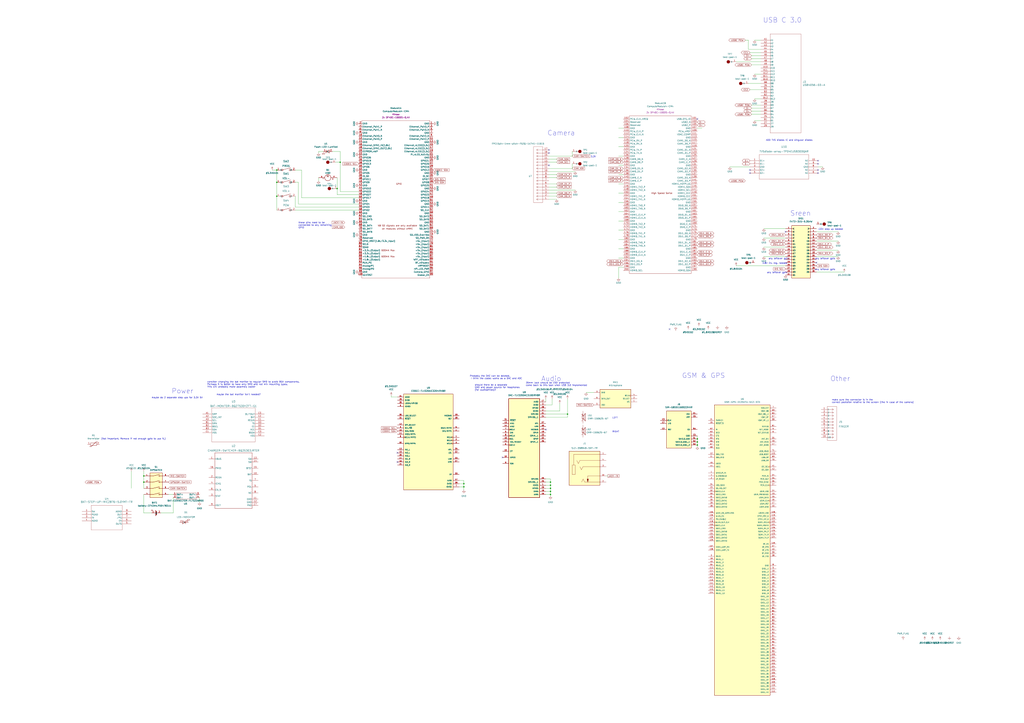
<source format=kicad_sch>
(kicad_sch (version 20231120) (generator "eeschema") (generator_version "8.0")
  (paper "A1")
  (title_block (title "SPIRIT-carrier-board") (date "2024-08-16") (rev "1") (company "V-Electronics"))
  (lib_symbols
    (symbol "CM4IO:ComputeModule4-CM4"
      (property "Reference" "Module" (at 113.03 -68.58 0))
      (property "Value" "ComputeModule4-CM4" (at 140.97 2.54 0))
      (property "Field4" "Hirose" (at 0 0 0))
      (property "Field5" "2x DF40C-100DS-0.4V" (at 0 -2.54 0))
      (symbol "ComputeModule4-CM4_1_0"
        (text "GPIO" (at 0 6.35 0) (effects (font (size 1.27 1.27))))
      )
      (symbol "ComputeModule4-CM4_1_1"
        (text "600mA Max" (at -8.89 -53.34 0) (effects (font (size 1.27 1.27))))
        (text "600mA Max" (at -8.89 -48.26 0) (effects (font (size 1.27 1.27))))
        (text "NB SD signals are only available" (at -1.27 -27.94 0) (effects (font (size 1.27 1.27))))
        (text "on modules without eMMC" (at -1.27 -30.48 0) (effects (font (size 1.27 1.27))))
        (pin power_in line (at 27.94 55.88 180) (length 2.54) (name "GND") (number "1"))
        (pin passive line (at -33.02 45.72 0) (length 2.54) (name "Ethernet_Pair0_N") (number "10"))
        (pin output line (at -33.02 -68.58 0) (length 2.54) (name "nEXTRST") (number "100"))
        (pin passive line (at 27.94 43.18 180) (length 2.54) (name "Ethernet_Pair2_P") (number "11"))
        (pin passive line (at -33.02 43.18 0) (length 2.54) (name "Ethernet_Pair0_P") (number "12"))
        (pin power_in line (at 27.94 40.64 180) (length 2.54) (name "GND") (number "13"))
        (pin power_in line (at -33.02 40.64 0) (length 2.54) (name "GND") (number "14"))
        (pin output line (at 27.94 38.1 180) (length 2.54) (name "Ethernet_nLED3(3.3v)") (number "15"))
        (pin input line (at -33.02 38.1 0) (length 2.54) (name "Ethernet_SYNC_IN(1.8v)") (number "16"))
        (pin output line (at 27.94 35.56 180) (length 2.54) (name "Ethernet_nLED2(3.3v)") (number "17"))
        (pin input line (at -33.02 35.56 0) (length 2.54) (name "Ethernet_SYNC_OUT(1.8v)") (number "18"))
        (pin output line (at 27.94 33.02 180) (length 2.54) (name "Ethernet_nLED1(3.3v)") (number "19"))
        (pin power_in line (at -33.02 55.88 0) (length 2.54) (name "GND") (number "2"))
        (pin passive line (at -33.02 33.02 0) (length 2.54) (name "EEPROM_nWP") (number "20"))
        (pin open_collector line (at 27.94 30.48 180) (length 2.54) (name "PI_nLED_Activity") (number "21"))
        (pin power_in line (at -33.02 30.48 0) (length 2.54) (name "GND") (number "22"))
        (pin power_in line (at 27.94 27.94 180) (length 2.54) (name "GND") (number "23"))
        (pin passive line (at -33.02 27.94 0) (length 2.54) (name "GPIO26") (number "24"))
        (pin passive line (at 27.94 25.4 180) (length 2.54) (name "GPIO21") (number "25"))
        (pin passive line (at -33.02 25.4 0) (length 2.54) (name "GPIO19") (number "26"))
        (pin passive line (at 27.94 22.86 180) (length 2.54) (name "GPIO20") (number "27"))
        (pin passive line (at -33.02 22.86 0) (length 2.54) (name "GPIO13") (number "28"))
        (pin passive line (at 27.94 20.32 180) (length 2.54) (name "GPIO16") (number "29"))
        (pin passive line (at 27.94 53.34 180) (length 2.54) (name "Ethernet_Pair3_P") (number "3"))
        (pin passive line (at -33.02 20.32 0) (length 2.54) (name "GPIO6") (number "30"))
        (pin passive line (at 27.94 17.78 180) (length 2.54) (name "GPIO12") (number "31"))
        (pin power_in line (at -33.02 17.78 0) (length 2.54) (name "GND") (number "32"))
        (pin power_in line (at 27.94 15.24 180) (length 2.54) (name "GND") (number "33"))
        (pin passive line (at -33.02 15.24 0) (length 2.54) (name "GPIO5") (number "34"))
        (pin passive line (at 27.94 12.7 180) (length 2.54) (name "ID_SC") (number "35"))
        (pin passive line (at -33.02 12.7 0) (length 2.54) (name "ID_SD") (number "36"))
        (pin passive line (at 27.94 10.16 180) (length 2.54) (name "GPIO7") (number "37"))
        (pin passive line (at -33.02 10.16 0) (length 2.54) (name "GPIO11") (number "38"))
        (pin passive line (at 27.94 7.62 180) (length 2.54) (name "GPIO8") (number "39"))
        (pin passive line (at -33.02 53.34 0) (length 2.54) (name "Ethernet_Pair1_P") (number "4"))
        (pin passive line (at -33.02 7.62 0) (length 2.54) (name "GPIO9") (number "40"))
        (pin passive line (at 27.94 5.08 180) (length 2.54) (name "GPIO25") (number "41"))
        (pin power_in line (at -33.02 5.08 0) (length 2.54) (name "GND") (number "42"))
        (pin power_in line (at 27.94 2.54 180) (length 2.54) (name "GND") (number "43"))
        (pin passive line (at -33.02 2.54 0) (length 2.54) (name "GPIO10") (number "44"))
        (pin passive line (at 27.94 0 180) (length 2.54) (name "GPIO24") (number "45"))
        (pin passive line (at -33.02 0 0) (length 2.54) (name "GPIO22") (number "46"))
        (pin passive line (at 27.94 -2.54 180) (length 2.54) (name "GPIO23") (number "47"))
        (pin passive line (at -33.02 -2.54 0) (length 2.54) (name "GPIO27") (number "48"))
        (pin passive line (at 27.94 -5.08 180) (length 2.54) (name "GPIO18") (number "49"))
        (pin passive line (at 27.94 50.8 180) (length 2.54) (name "Ethernet_Pair3_N") (number "5"))
        (pin passive line (at -33.02 -5.08 0) (length 2.54) (name "GPIO17") (number "50"))
        (pin passive line (at 27.94 -7.62 180) (length 2.54) (name "GPIO15") (number "51"))
        (pin power_in line (at -33.02 -7.62 0) (length 2.54) (name "GND") (number "52"))
        (pin power_in line (at 27.94 -10.16 180) (length 2.54) (name "GND") (number "53"))
        (pin passive line (at -33.02 -10.16 0) (length 2.54) (name "GPIO4") (number "54"))
        (pin passive line (at 27.94 -12.7 180) (length 2.54) (name "GPIO14") (number "55"))
        (pin passive line (at -33.02 -12.7 0) (length 2.54) (name "GPIO3") (number "56"))
        (pin passive line (at 27.94 -15.24 180) (length 2.54) (name "SD_CLK") (number "57"))
        (pin passive line (at -33.02 -15.24 0) (length 2.54) (name "GPIO2") (number "58"))
        (pin power_in line (at 27.94 -17.78 180) (length 2.54) (name "GND") (number "59"))
        (pin passive line (at -33.02 50.8 0) (length 2.54) (name "Ethernet_Pair1_N") (number "6"))
        (pin power_in line (at -33.02 -17.78 0) (length 2.54) (name "GND") (number "60"))
        (pin passive line (at 27.94 -20.32 180) (length 2.54) (name "SD_DAT3") (number "61"))
        (pin passive line (at -33.02 -20.32 0) (length 2.54) (name "SD_CMD") (number "62"))
        (pin passive line (at 27.94 -22.86 180) (length 2.54) (name "SD_DAT0") (number "63"))
        (pin passive line (at -33.02 -22.86 0) (length 2.54) (name "SD_DAT5") (number "64"))
        (pin power_in line (at 27.94 -25.4 180) (length 2.54) (name "GND") (number "65"))
        (pin power_in line (at -33.02 -25.4 0) (length 2.54) (name "GND") (number "66"))
        (pin passive line (at 27.94 -27.94 180) (length 2.54) (name "SD_DAT1") (number "67"))
        (pin passive line (at -33.02 -27.94 0) (length 2.54) (name "SD_DAT4") (number "68"))
        (pin passive line (at 27.94 -30.48 180) (length 2.54) (name "SD_DAT2") (number "69"))
        (pin power_in line (at 27.94 48.26 180) (length 2.54) (name "GND") (number "7"))
        (pin passive line (at -33.02 -30.48 0) (length 2.54) (name "SD_DAT7") (number "70"))
        (pin power_in line (at 27.94 -33.02 180) (length 2.54) (name "GND") (number "71"))
        (pin passive line (at -33.02 -33.02 0) (length 2.54) (name "SD_DAT6") (number "72"))
        (pin input line (at 27.94 -35.56 180) (length 2.54) (name "SD_VDD_Override") (number "73"))
        (pin power_in line (at -33.02 -35.56 0) (length 2.54) (name "GND") (number "74"))
        (pin output line (at 27.94 -38.1 180) (length 2.54) (name "SD_PWR_ON") (number "75"))
        (pin passive line (at -33.02 -38.1 0) (length 2.54) (name "Reserved") (number "76"))
        (pin power_in line (at 27.94 -40.64 180) (length 2.54) (name "+5v_(Input)") (number "77"))
        (pin power_in line (at -33.02 -40.64 0) (length 2.54) (name "GPIO_VREF(1.8v/3.3v_Input)") (number "78"))
        (pin power_in line (at 27.94 -43.18 180) (length 2.54) (name "+5v_(Input)") (number "79"))
        (pin power_in line (at -33.02 48.26 0) (length 2.54) (name "GND") (number "8"))
        (pin passive line (at -33.02 -43.18 0) (length 2.54) (name "SCL0") (number "80"))
        (pin power_in line (at 27.94 -45.72 180) (length 2.54) (name "+5v_(Input)") (number "81"))
        (pin passive line (at -33.02 -45.72 0) (length 2.54) (name "SDA0") (number "82"))
        (pin power_in line (at 27.94 -48.26 180) (length 2.54) (name "+5v_(Input)") (number "83"))
        (pin power_out line (at -33.02 -48.26 0) (length 2.54) (name "+3.3v_(Output)") (number "84"))
        (pin power_in line (at 27.94 -50.8 180) (length 2.54) (name "+5v_(Input)") (number "85"))
        (pin power_out line (at -33.02 -50.8 0) (length 2.54) (name "+3.3v_(Output)") (number "86"))
        (pin power_in line (at 27.94 -53.34 180) (length 2.54) (name "+5v_(Input)") (number "87"))
        (pin power_out line (at -33.02 -53.34 0) (length 2.54) (name "+1.8v_(Output)") (number "88"))
        (pin power_in line (at 27.94 -55.88 180) (length 2.54) (name "WiFi_nDisable") (number "89"))
        (pin passive line (at 27.94 45.72 180) (length 2.54) (name "Ethernet_Pair2_N") (number "9"))
        (pin power_out line (at -33.02 -55.88 0) (length 2.54) (name "+1.8v_(Output)") (number "90"))
        (pin power_in line (at 27.94 -58.42 180) (length 2.54) (name "BT_nDisable") (number "91"))
        (pin passive line (at -33.02 -58.42 0) (length 2.54) (name "RUN_PG") (number "92"))
        (pin input line (at 27.94 -60.96 180) (length 2.54) (name "nRPIBOOT") (number "93"))
        (pin passive line (at -33.02 -60.96 0) (length 2.54) (name "AnalogIP1") (number "94"))
        (pin output line (at 27.94 -63.5 180) (length 2.54) (name "nPI_LED_PWR") (number "95"))
        (pin passive line (at -33.02 -63.5 0) (length 2.54) (name "AnalogIP0") (number "96"))
        (pin passive line (at 27.94 -66.04 180) (length 2.54) (name "Camera_GPIO") (number "97"))
        (pin power_in line (at -33.02 -66.04 0) (length 2.54) (name "GND") (number "98"))
        (pin input line (at 27.94 -68.58 180) (length 2.54) (name "Global_EN") (number "99"))
      )
      (symbol "ComputeModule4-CM4_2_1"
        (text "High Speed Serial" (at 140.97 0 0) (effects (font (size 1.27 1.27))))
        (pin input line (at 170.18 60.96 180) (length 5.08) (name "USB_OTG_ID") (number "101"))
        (pin input line (at 109.22 60.96 0) (length 5.08) (name "PCIe_CLK_nREQ") (number "102"))
        (pin passive line (at 170.18 58.42 180) (length 5.08) (name "USB2_N") (number "103"))
        (pin passive line (at 109.22 58.42 0) (length 5.08) (name "Reserved") (number "104"))
        (pin passive line (at 170.18 55.88 180) (length 5.08) (name "USB2_P") (number "105"))
        (pin passive line (at 109.22 55.88 0) (length 5.08) (name "Reserved") (number "106"))
        (pin power_in line (at 170.18 53.34 180) (length 5.08) (name "GND") (number "107"))
        (pin power_in line (at 109.22 53.34 0) (length 5.08) (name "GND") (number "108"))
        (pin bidirectional line (at 170.18 50.8 180) (length 5.08) (name "PCIe_nRST") (number "109"))
        (pin output line (at 109.22 50.8 0) (length 5.08) (name "PCIe_CLK_P") (number "110"))
        (pin passive line (at 170.18 48.26 180) (length 5.08) (name "VDAC_COMP") (number "111"))
        (pin output line (at 109.22 48.26 0) (length 5.08) (name "PCIe_CLK_N") (number "112"))
        (pin power_in line (at 170.18 45.72 180) (length 5.08) (name "GND") (number "113"))
        (pin power_in line (at 109.22 45.72 0) (length 5.08) (name "GND") (number "114"))
        (pin input line (at 170.18 43.18 180) (length 5.08) (name "CAM1_D0_N") (number "115"))
        (pin input line (at 109.22 43.18 0) (length 5.08) (name "PCIe_RX_P") (number "116"))
        (pin input line (at 170.18 40.64 180) (length 5.08) (name "CAM1_D0_P") (number "117"))
        (pin input line (at 109.22 40.64 0) (length 5.08) (name "PCIe_RX_N") (number "118"))
        (pin power_in line (at 170.18 38.1 180) (length 5.08) (name "GND") (number "119"))
        (pin power_in line (at 109.22 38.1 0) (length 5.08) (name "GND") (number "120"))
        (pin input line (at 170.18 35.56 180) (length 5.08) (name "CAM1_D1_N") (number "121"))
        (pin output line (at 109.22 35.56 0) (length 5.08) (name "PCIe_TX_P") (number "122"))
        (pin input line (at 170.18 33.02 180) (length 5.08) (name "CAM1_D1_P") (number "123"))
        (pin output line (at 109.22 33.02 0) (length 5.08) (name "PCIe_TX_N") (number "124"))
        (pin power_in line (at 170.18 30.48 180) (length 5.08) (name "GND") (number "125"))
        (pin power_in line (at 109.22 30.48 0) (length 5.08) (name "GND") (number "126"))
        (pin input line (at 170.18 27.94 180) (length 5.08) (name "CAM1_C_N") (number "127"))
        (pin input line (at 109.22 27.94 0) (length 5.08) (name "CAM0_D0_N") (number "128"))
        (pin input line (at 170.18 25.4 180) (length 5.08) (name "CAM1_C_P") (number "129"))
        (pin input line (at 109.22 25.4 0) (length 5.08) (name "CAM0_D0_P") (number "130"))
        (pin power_in line (at 170.18 22.86 180) (length 5.08) (name "GND") (number "131"))
        (pin power_in line (at 109.22 22.86 0) (length 5.08) (name "GND") (number "132"))
        (pin input line (at 170.18 20.32 180) (length 5.08) (name "CAM1_D2_N") (number "133"))
        (pin input line (at 109.22 20.32 0) (length 5.08) (name "CAM0_D1_N") (number "134"))
        (pin input line (at 170.18 17.78 180) (length 5.08) (name "CAM1_D2_P") (number "135"))
        (pin input line (at 109.22 17.78 0) (length 5.08) (name "CAM0_D1_P") (number "136"))
        (pin power_in line (at 170.18 15.24 180) (length 5.08) (name "GND") (number "137"))
        (pin power_in line (at 109.22 15.24 0) (length 5.08) (name "GND") (number "138"))
        (pin input line (at 170.18 12.7 180) (length 5.08) (name "CAM1_D3_N") (number "139"))
        (pin input line (at 109.22 12.7 0) (length 5.08) (name "CAM0_C_N") (number "140"))
        (pin input line (at 170.18 10.16 180) (length 5.08) (name "CAM1_D3_P") (number "141"))
        (pin input line (at 109.22 10.16 0) (length 5.08) (name "CAM0_C_P") (number "142"))
        (pin input line (at 170.18 7.62 180) (length 5.08) (name "HDMI1_HOTPLUG") (number "143"))
        (pin power_in line (at 109.22 7.62 0) (length 5.08) (name "GND") (number "144"))
        (pin bidirectional line (at 170.18 5.08 180) (length 5.08) (name "HDMI1_SDA") (number "145"))
        (pin output line (at 109.22 5.08 0) (length 5.08) (name "HDMI1_TX2_P") (number "146"))
        (pin open_collector line (at 170.18 2.54 180) (length 5.08) (name "HDMI1_SCL") (number "147"))
        (pin output line (at 109.22 2.54 0) (length 5.08) (name "HDMI1_TX2_N") (number "148"))
        (pin open_collector line (at 170.18 0 180) (length 5.08) (name "HDMI1_CEC") (number "149"))
        (pin power_in line (at 109.22 0 0) (length 5.08) (name "GND") (number "150"))
        (pin open_collector line (at 170.18 -2.54 180) (length 5.08) (name "HDMI0_CEC") (number "151"))
        (pin output line (at 109.22 -2.54 0) (length 5.08) (name "HDMI1_TX1_P") (number "152"))
        (pin input line (at 170.18 -5.08 180) (length 5.08) (name "HDMI0_HOTPLUG") (number "153"))
        (pin output line (at 109.22 -5.08 0) (length 5.08) (name "HDMI1_TX1_N") (number "154"))
        (pin power_in line (at 170.18 -7.62 180) (length 5.08) (name "GND") (number "155"))
        (pin power_in line (at 109.22 -7.62 0) (length 5.08) (name "GND") (number "156"))
        (pin output line (at 170.18 -10.16 180) (length 5.08) (name "DSI0_D0_N") (number "157"))
        (pin output line (at 109.22 -10.16 0) (length 5.08) (name "HDMI1_TX0_P") (number "158"))
        (pin output line (at 170.18 -12.7 180) (length 5.08) (name "DSI0_D0_P") (number "159"))
        (pin output line (at 109.22 -12.7 0) (length 5.08) (name "HDMI1_TX0_N") (number "160"))
        (pin power_in line (at 170.18 -15.24 180) (length 5.08) (name "GND") (number "161"))
        (pin power_in line (at 109.22 -15.24 0) (length 5.08) (name "GND") (number "162"))
        (pin output line (at 170.18 -17.78 180) (length 5.08) (name "DSI0_D1_N") (number "163"))
        (pin output line (at 109.22 -17.78 0) (length 5.08) (name "HDMI1_CLK_P") (number "164"))
        (pin output line (at 170.18 -20.32 180) (length 5.08) (name "DSI0_D1_P") (number "165"))
        (pin output line (at 109.22 -20.32 0) (length 5.08) (name "HDMI1_CLK_N") (number "166"))
        (pin power_in line (at 170.18 -22.86 180) (length 5.08) (name "GND") (number "167"))
        (pin power_in line (at 109.22 -22.86 0) (length 5.08) (name "GND") (number "168"))
        (pin output line (at 170.18 -25.4 180) (length 5.08) (name "DSI0_C_N") (number "169"))
        (pin output line (at 109.22 -25.4 0) (length 5.08) (name "HDMI0_TX2_P") (number "170"))
        (pin output line (at 170.18 -27.94 180) (length 5.08) (name "DSI0_C_P") (number "171"))
        (pin output line (at 109.22 -27.94 0) (length 5.08) (name "HDMI0_TX2_N") (number "172"))
        (pin power_in line (at 170.18 -30.48 180) (length 5.08) (name "GND") (number "173"))
        (pin power_in line (at 109.22 -30.48 0) (length 5.08) (name "GND") (number "174"))
        (pin output line (at 170.18 -33.02 180) (length 5.08) (name "DSI1_D0_N") (number "175"))
        (pin output line (at 109.22 -33.02 0) (length 5.08) (name "HDMI0_TX1_P") (number "176"))
        (pin output line (at 170.18 -35.56 180) (length 5.08) (name "DSI1_D0_P") (number "177"))
        (pin output line (at 109.22 -35.56 0) (length 5.08) (name "HDMI0_TX1_N") (number "178"))
        (pin power_in line (at 170.18 -38.1 180) (length 5.08) (name "GND") (number "179"))
        (pin power_in line (at 109.22 -38.1 0) (length 5.08) (name "GND") (number "180"))
        (pin output line (at 170.18 -40.64 180) (length 5.08) (name "DSI1_D1_N") (number "181"))
        (pin output line (at 109.22 -40.64 0) (length 5.08) (name "HDMI0_TX0_P") (number "182"))
        (pin output line (at 170.18 -43.18 180) (length 5.08) (name "DSI1_D1_P") (number "183"))
        (pin output line (at 109.22 -43.18 0) (length 5.08) (name "HDMI0_TX0_N") (number "184"))
        (pin power_in line (at 170.18 -45.72 180) (length 5.08) (name "GND") (number "185"))
        (pin power_in line (at 109.22 -45.72 0) (length 5.08) (name "GND") (number "186"))
        (pin output line (at 170.18 -48.26 180) (length 5.08) (name "DSI1_C_N") (number "187"))
        (pin output line (at 109.22 -48.26 0) (length 5.08) (name "HDMI0_CLK_P") (number "188"))
        (pin output line (at 170.18 -50.8 180) (length 5.08) (name "DSI1_C_P") (number "189"))
        (pin output line (at 109.22 -50.8 0) (length 5.08) (name "HDMI0_CLK_N") (number "190"))
        (pin power_in line (at 170.18 -53.34 180) (length 5.08) (name "GND") (number "191"))
        (pin power_in line (at 109.22 -53.34 0) (length 5.08) (name "GND") (number "192"))
        (pin output line (at 170.18 -55.88 180) (length 5.08) (name "DSI1_D2_N") (number "193"))
        (pin output line (at 109.22 -55.88 0) (length 5.08) (name "DSI1_D3_N") (number "194"))
        (pin output line (at 170.18 -58.42 180) (length 5.08) (name "DSI1_D2_P") (number "195"))
        (pin output line (at 109.22 -58.42 0) (length 5.08) (name "DSI1_D3_P") (number "196"))
        (pin power_in line (at 170.18 -60.96 180) (length 5.08) (name "GND") (number "197"))
        (pin power_in line (at 109.22 -60.96 0) (length 5.08) (name "GND") (number "198"))
        (pin bidirectional line (at 170.18 -63.5 180) (length 5.08) (name "HDMI0_SDA") (number "199"))
        (pin open_collector line (at 109.22 -63.5 0) (length 5.08) (name "HDMI0_SCL") (number "200"))
      )
    )
    (symbol "SPIRIT-components:10pinFPC" (pin_names (offset 0.254))
      (property "Reference" "J" (at 8.89 6.35 0))
      (property "Value" "10pinFPC" (at 0 0 0))
      (symbol "10pinFPC_1_1"
        (pin unspecified line (at 0 0 0) (length 5.08) (name "1") (number "1"))
        (pin unspecified line (at 0 -22.86 0) (length 5.08) (name "10") (number "10"))
        (pin unspecified line (at 0 -2.54 0) (length 5.08) (name "2") (number "2"))
        (pin unspecified line (at 0 -5.08 0) (length 5.08) (name "3") (number "3"))
        (pin unspecified line (at 0 -7.62 0) (length 5.08) (name "4") (number "4"))
        (pin unspecified line (at 0 -10.16 0) (length 5.08) (name "5") (number "5"))
        (pin unspecified line (at 0 -12.7 0) (length 5.08) (name "6") (number "6"))
        (pin unspecified line (at 0 -15.24 0) (length 5.08) (name "7") (number "7"))
        (pin unspecified line (at 0 -17.78 0) (length 5.08) (name "8") (number "8"))
        (pin unspecified line (at 0 -20.32 0) (length 5.08) (name "9") (number "9"))
      )
      (symbol "10pinFPC_1_2"
        (pin unspecified line (at 0 0 0) (length 5.08) (name "1") (number "1"))
        (pin unspecified line (at 0 -22.86 0) (length 5.08) (name "10") (number "10"))
        (pin unspecified line (at 0 -2.54 0) (length 5.08) (name "2") (number "2"))
        (pin unspecified line (at 0 -5.08 0) (length 5.08) (name "3") (number "3"))
        (pin unspecified line (at 0 -7.62 0) (length 5.08) (name "4") (number "4"))
        (pin unspecified line (at 0 -10.16 0) (length 5.08) (name "5") (number "5"))
        (pin unspecified line (at 0 -12.7 0) (length 5.08) (name "6") (number "6"))
        (pin unspecified line (at 0 -15.24 0) (length 5.08) (name "7") (number "7"))
        (pin unspecified line (at 0 -17.78 0) (length 5.08) (name "8") (number "8"))
        (pin unspecified line (at 0 -20.32 0) (length 5.08) (name "9") (number "9"))
      )
    )
    (symbol "SPIRIT-components:BAT-CONNECTOR-FLTS22WR00"
      (property "Reference" "U" (at 0 0 0))
      (property "Value" "BAT-CONNECTOR-FLTS22WR00" (at 0 2.54 0))
      (symbol "BAT-CONNECTOR-FLTS22WR00_1_1"
        (pin passive line (at -10.16 -2.54 0) (length 2.54) (name "BAT+") (number "1"))
        (pin passive line (at -10.16 -5.08 0) (length 2.54) (name "BAT-") (number "2"))
        (pin passive line (at 11.43 -2.54 180) (length 2.54) (name "OUT+") (number "3"))
        (pin passive line (at 11.43 -5.08 180) (length 2.54) (name "OUT-") (number "4"))
      )
    )
    (symbol "SPIRIT-components:BAT-MONITOR-BQ27530YZFT-G1" (pin_names (offset 0.254))
      (property "Reference" "U" (at 25.4 10.16 0))
      (property "Value" "BAT-MONITOR-BQ27530YZFT-G1" (at 25.4 7.62 0))
      (symbol "BAT-MONITOR-BQ27530YZFT-G1_0_1"
        (pin input line (at 0 0 0) (length 7.62) (name "SRP") (number "A1"))
        (pin bidirectional line (at 0 -2.54 0) (length 7.62) (name "SOC_INT") (number "A2"))
        (pin input line (at 0 -5.08 0) (length 7.62) (name "SCL") (number "A3"))
        (pin input line (at 0 -7.62 0) (length 7.62) (name "SRN") (number "B1"))
        (pin output line (at 0 -10.16 0) (length 7.62) (name "BSCL") (number "B2"))
        (pin bidirectional line (at 0 -12.7 0) (length 7.62) (name "SDA") (number "B3"))
        (pin power_in line (at 0 -15.24 0) (length 7.62) (name "VSS") (number "C1"))
        (pin power_in line (at 50.8 -17.78 180) (length 7.62) (name "VSS") (number "C2"))
        (pin bidirectional line (at 50.8 -15.24 180) (length 7.62) (name "BSDA") (number "C3"))
        (pin power_in line (at 50.8 -12.7 180) (length 7.62) (name "VCC") (number "D1"))
        (pin input line (at 50.8 -10.16 180) (length 7.62) (name "CE") (number "D2"))
        (pin input line (at 50.8 -7.62 180) (length 7.62) (name "TS") (number "D3"))
        (pin input line (at 50.8 -5.08 180) (length 7.62) (name "REGIN") (number "E1"))
        (pin input line (at 50.8 -2.54 180) (length 7.62) (name "BAT") (number "E2"))
        (pin bidirectional line (at 50.8 0 180) (length 7.62) (name "BI/TOUT") (number "E3"))
      )
    )
    (symbol "SPIRIT-components:BAT-STEP-UP-MIC2876-5.0YMT-TR" (pin_names (offset 0.254))
      (property "Reference" "U" (at 20.32 10.16 0))
      (property "Value" "BAT-STEP-UP-MIC2876-5.0YMT-TR" (at 20.32 7.62 0))
      (symbol "BAT-STEP-UP-MIC2876-5.0YMT-TR_0_1"
        (pin power_in line (at 0 0 0) (length 7.62) (name "SW") (number "1"))
        (pin power_out line (at 0 -2.54 0) (length 7.62) (name "PGND") (number "2"))
        (pin power_in line (at 0 -5.08 0) (length 7.62) (name "IN") (number "3"))
        (pin power_out line (at 0 -7.62 0) (length 7.62) (name "AGND") (number "4"))
        (pin unspecified line (at 40.64 -10.16 180) (length 7.62) (name "OUTS") (number "5"))
        (pin input line (at 40.64 -7.62 180) (length 7.62) (name "EN") (number "6"))
        (pin output line (at 40.64 -5.08 180) (length 7.62) (name "/PG") (number "7"))
        (pin power_in line (at 40.64 -2.54 180) (length 7.62) (name "OUT") (number "8"))
        (pin power_out line (at 40.64 0 180) (length 7.62) (name "AGND") (number "9"))
      )
    )
    (symbol "SPIRIT-components:CHARGER-SWITCHER-BQ25303JRTER" (pin_names (offset 0.254))
      (property "Reference" "U" (at 0 2.54 0))
      (property "Value" "CHARGER-SWITCHER-BQ25303JRTER" (at 0 0 0))
      (symbol "CHARGER-SWITCHER-BQ25303JRTER_0_1"
        (pin power_in line (at -20.32 17.78 0) (length 5.08) (name "VBUS") (number "1"))
        (pin power_in line (at 20.32 5.08 180) (length 5.08) (name "BAT") (number "10"))
        (pin power_in line (at 20.32 -15.24 180) (length 5.08) (name "GND") (number "11"))
        (pin power_in line (at 20.32 -17.78 180) (length 5.08) (name "GND") (number "12"))
        (pin power_in line (at 20.32 17.78 180) (length 5.08) (name "SW") (number "13"))
        (pin power_in line (at 20.32 15.24 180) (length 5.08) (name "SW") (number "14"))
        (pin power_in line (at 20.32 10.16 180) (length 5.08) (name "BTST") (number "15"))
        (pin output line (at -20.32 10.16 0) (length 5.08) (name "PMID") (number "16"))
        (pin power_in line (at 20.32 -20.32 180) (length 5.08) (name "PAD") (number "17"))
        (pin power_in line (at -20.32 2.54 0) (length 5.08) (name "REGN") (number "2"))
        (pin open_collector line (at -20.32 -12.7 0) (length 5.08) (name "STAT") (number "3"))
        (pin output line (at -20.32 -2.54 0) (length 5.08) (name "ICHG") (number "4"))
        (pin unspecified line (at 20.32 -5.08 180) (length 5.08) (name "POL") (number "5"))
        (pin input line (at -20.32 -7.62 0) (length 5.08) (name "EN_N") (number "6"))
        (pin input line (at 20.32 0 180) (length 5.08) (name "TS") (number "7"))
        (pin unspecified line (at 20.32 -10.16 180) (length 5.08) (name "NC") (number "8"))
        (pin input line (at -20.32 -20.32 0) (length 5.08) (name "VSET") (number "9"))
      )
    )
    (symbol "SPIRIT-components:CMR-15062S-67" (pin_numbers hide) (pin_names (offset 1.016) hide)
      (property "Reference" "LS" (at -3.81 8.9154 0))
      (property "Value" "CMR-15062S-67" (at -3.8354 -11.4808 0))
      (symbol "CMR-15062S-67_0_0"
        (text "+" (at -1.905 1.27 0) (effects (font (size 1.778 1.778)) (justify left bottom)))
        (text "-" (at -1.9304 -3.81 0) (effects (font (size 1.8034 1.8034)) (justify left bottom)))
        (pin passive line (at 0 -5.08 90) (length 2.54) (name "~") (number "N"))
        (pin passive line (at 0 5.08 270) (length 2.54) (name "~") (number "P"))
      )
    )
    (symbol "SPIRIT-components:CODEC-TLV320AIC3204IRHBR" (pin_names (offset 1.016))
      (property "Reference" "U" (at -20.32 38.862 0))
      (property "Value" "CODEC-TLV320AIC3204IRHBR" (at -20.32 -41.402 0))
      (symbol "CODEC-TLV320AIC3204IRHBR_0_0"
        (pin input clock (at 25.4 2.54 180) (length 5.08) (name "MCLK") (number "1"))
        (pin input line (at -25.4 7.62 0) (length 5.08) (name "SDA/MOSI") (number "10"))
        (pin output line (at -25.4 5.08 0) (length 5.08) (name "MISO/MFP4") (number "11"))
        (pin input line (at -25.4 12.7 0) (length 5.08) (name "SPI_SELECT") (number "12"))
        (pin input line (at -25.4 -7.62 0) (length 5.08) (name "IN1_L") (number "13"))
        (pin input line (at -25.4 -15.24 0) (length 5.08) (name "IN1_R") (number "14"))
        (pin input line (at -25.4 -10.16 0) (length 5.08) (name "IN2_L") (number "15"))
        (pin input line (at -25.4 -17.78 0) (length 5.08) (name "IN2_R") (number "16"))
        (pin power_in line (at 25.4 -33.02 180) (length 5.08) (name "AVSS") (number "17"))
        (pin output line (at 25.4 17.78 180) (length 5.08) (name "REF") (number "18"))
        (pin output line (at 25.4 20.32 180) (length 5.08) (name "MICBIAS") (number "19"))
        (pin bidirectional clock (at 25.4 0 180) (length 5.08) (name "BCLK") (number "2"))
        (pin input line (at -25.4 -12.7 0) (length 5.08) (name "IN3_L") (number "20"))
        (pin input line (at -25.4 -20.32 0) (length 5.08) (name "IN3_R") (number "21"))
        (pin output line (at 25.4 -10.16 180) (length 5.08) (name "LOL") (number "22"))
        (pin output line (at 25.4 -15.24 180) (length 5.08) (name "LOR") (number "23"))
        (pin power_in line (at -25.4 35.56 0) (length 5.08) (name "AVDD") (number "24"))
        (pin output line (at 25.4 -7.62 180) (length 5.08) (name "HPL") (number "25"))
        (pin power_in line (at -25.4 30.48 0) (length 5.08) (name "LDOIN/HPVDD") (number "26"))
        (pin output line (at 25.4 -17.78 180) (length 5.08) (name "HPR") (number "27"))
        (pin power_in line (at 25.4 -35.56 180) (length 5.08) (name "DVSS") (number "28"))
        (pin power_in line (at -25.4 33.02 0) (length 5.08) (name "DVDD") (number "29"))
        (pin bidirectional clock (at 25.4 -2.54 180) (length 5.08) (name "WCLK") (number "3"))
        (pin input line (at -25.4 20.32 0) (length 5.08) (name "LDO_SELECT") (number "30"))
        (pin input line (at -25.4 17.78 0) (length 5.08) (name "~{RESET}") (number "31"))
        (pin input line (at -25.4 -2.54 0) (length 5.08) (name "GPIO/MFP5") (number "32"))
        (pin passive line (at 25.4 -27.94 180) (length 5.08) (name "EP") (number "33"))
        (pin input line (at 25.4 7.62 180) (length 5.08) (name "DIN/MFP1") (number "4"))
        (pin output line (at 25.4 10.16 180) (length 5.08) (name "DOUT/MFP2") (number "5"))
        (pin power_in line (at -25.4 27.94 0) (length 5.08) (name "IOVDD") (number "6"))
        (pin power_in line (at 25.4 -38.1 180) (length 5.08) (name "IOVSS") (number "7"))
        (pin input clock (at -25.4 2.54 0) (length 5.08) (name "SCLK/MFP3") (number "8"))
        (pin input line (at -25.4 10.16 0) (length 5.08) (name "SCL/~{SS}") (number "9"))
      )
    )
    (symbol "SPIRIT-components:DAC-TLV320DAC3100IRHBR" (pin_names (offset 1.016))
      (property "Reference" "U" (at -12.7 36.56 0))
      (property "Value" "DAC-TLV320DAC3100IRHBR" (at -12.7 -49.72 0))
      (symbol "DAC-TLV320DAC3100IRHBR_0_0"
        (pin power_in line (at 17.78 -35.56 180) (length 5.08) (name "IOVSS") (number "1"))
        (pin input clock (at -17.78 2.54 0) (length 5.08) (name "SCL") (number "10"))
        (pin input line (at -17.78 0 0) (length 5.08) (name "VOL/MICDET") (number "11"))
        (pin output line (at 17.78 10.16 180) (length 5.08) (name "MICBIAS") (number "12"))
        (pin input line (at -17.78 15.24 0) (length 5.08) (name "AIN1") (number "13"))
        (pin input line (at -17.78 12.7 0) (length 5.08) (name "AIN2") (number "14"))
        (pin power_in line (at 17.78 -43.18 180) (length 5.08) (name "AVSS") (number "16"))
        (pin power_in line (at 17.78 33.02 180) (length 5.08) (name "AVDD") (number "17"))
        (pin power_in line (at 17.78 -40.64 180) (length 5.08) (name "DVSS") (number "18"))
        (pin output line (at 17.78 7.62 180) (length 5.08) (name "SPKM") (number "19"))
        (pin power_in line (at 17.78 25.4 180) (length 5.08) (name "IOVDD") (number "2"))
        (pin power_in line (at 17.78 -30.48 180) (length 5.08) (name "SPKVSS") (number "20"))
        (pin power_in line (at 17.78 22.86 180) (length 5.08) (name "SPKVDD") (number "21"))
        (pin output line (at 17.78 2.54 180) (length 5.08) (name "SPKP") (number "22"))
        (pin output line (at 17.78 5.08 180) (length 5.08) (name "SPKM__1") (number "23"))
        (pin power_in line (at 17.78 20.32 180) (length 5.08) (name "SPKVDD__1") (number "24"))
        (pin power_in line (at 17.78 -33.02 180) (length 5.08) (name "SPKVSS__1") (number "25"))
        (pin output line (at 17.78 0 180) (length 5.08) (name "SPKP__1") (number "26"))
        (pin output line (at 17.78 15.24 180) (length 5.08) (name "HPL") (number "27"))
        (pin power_in line (at 17.78 27.94 180) (length 5.08) (name "HPVDD") (number "28"))
        (pin power_in line (at 17.78 -38.1 180) (length 5.08) (name "HPVSS") (number "29"))
        (pin power_in line (at 17.78 30.48 180) (length 5.08) (name "DVDD") (number "3"))
        (pin output line (at 17.78 12.7 180) (length 5.08) (name "HPR") (number "30"))
        (pin input line (at -17.78 17.78 0) (length 5.08) (name "~{RESET}") (number "31"))
        (pin bidirectional line (at -17.78 -12.7 0) (length 5.08) (name "GPIO1") (number "32"))
        (pin bidirectional line (at -17.78 -7.62 0) (length 5.08) (name "EP") (number "33"))
        (pin input line (at -17.78 7.62 0) (length 5.08) (name "DIN") (number "5"))
        (pin input clock (at -17.78 -2.54 0) (length 5.08) (name "WCLK") (number "6"))
        (pin input clock (at -17.78 10.16 0) (length 5.08) (name "BCLK") (number "7"))
        (pin input clock (at -17.78 5.08 0) (length 5.08) (name "MCLK") (number "8"))
        (pin bidirectional line (at -17.78 -17.78 0) (length 5.08) (name "SDA") (number "9"))
      )
    )
    (symbol "SPIRIT-components:DIPSWITCH219-4MST" (pin_names (offset 1.016))
      (property "Reference" "S" (at -5.08 10.922 0))
      (property "Value" "DIPSWITCH219-4MST" (at -5.08 -12.7 0))
      (symbol "DIPSWITCH219-4MST_0_0"
        (pin passive line (at -10.16 7.62 0) (length 5.08) (name "~") (number "1"))
        (pin passive line (at -10.16 2.54 0) (length 5.08) (name "~") (number "2"))
        (pin passive line (at -10.16 -2.54 0) (length 5.08) (name "~") (number "3"))
        (pin passive line (at -10.16 -7.62 0) (length 5.08) (name "~") (number "4"))
        (pin passive line (at 10.16 -7.62 180) (length 5.08) (name "~") (number "5"))
        (pin passive line (at 10.16 -2.54 180) (length 5.08) (name "~") (number "6"))
        (pin passive line (at 10.16 2.54 180) (length 5.08) (name "~") (number "7"))
        (pin passive line (at 10.16 7.62 180) (length 5.08) (name "~") (number "8"))
      )
    )
    (symbol "SPIRIT-components:FH72-31S-0.3SHW" (pin_names (offset 1.016))
      (property "Reference" "J" (at -7.62 21.59 0))
      (property "Value" "FH72-31S-0.3SHW" (at -7.62 -25.4 0))
      (symbol "FH72-31S-0.3SHW_0_0"
        (pin passive line (at -12.7 17.78 0) (length 5.08) (name "1") (number "1"))
        (pin passive line (at 12.7 7.62 180) (length 5.08) (name "10") (number "10"))
        (pin passive line (at -12.7 5.08 0) (length 5.08) (name "11") (number "11"))
        (pin passive line (at 12.7 5.08 180) (length 5.08) (name "12") (number "12"))
        (pin passive line (at -12.7 2.54 0) (length 5.08) (name "13") (number "13"))
        (pin passive line (at 12.7 2.54 180) (length 5.08) (name "14") (number "14"))
        (pin passive line (at -12.7 0 0) (length 5.08) (name "15") (number "15"))
        (pin passive line (at 12.7 0 180) (length 5.08) (name "16") (number "16"))
        (pin passive line (at -12.7 -2.54 0) (length 5.08) (name "17") (number "17"))
        (pin passive line (at 12.7 -2.54 180) (length 5.08) (name "18") (number "18"))
        (pin passive line (at -12.7 -5.08 0) (length 5.08) (name "19") (number "19"))
        (pin passive line (at 12.7 17.78 180) (length 5.08) (name "2") (number "2"))
        (pin passive line (at 12.7 -5.08 180) (length 5.08) (name "20") (number "20"))
        (pin passive line (at -12.7 -7.62 0) (length 5.08) (name "21") (number "21"))
        (pin passive line (at 12.7 -7.62 180) (length 5.08) (name "22") (number "22"))
        (pin passive line (at -12.7 -10.16 0) (length 5.08) (name "23") (number "23"))
        (pin passive line (at 12.7 -10.16 180) (length 5.08) (name "24") (number "24"))
        (pin passive line (at -12.7 -12.7 0) (length 5.08) (name "25") (number "25"))
        (pin passive line (at 12.7 -12.7 180) (length 5.08) (name "26") (number "26"))
        (pin passive line (at -12.7 -15.24 0) (length 5.08) (name "27") (number "27"))
        (pin passive line (at 12.7 -15.24 180) (length 5.08) (name "28") (number "28"))
        (pin passive line (at -12.7 -17.78 0) (length 5.08) (name "29") (number "29"))
        (pin passive line (at -12.7 15.24 0) (length 5.08) (name "3") (number "3"))
        (pin passive line (at 12.7 -17.78 180) (length 5.08) (name "30") (number "30"))
        (pin passive line (at -12.7 -20.32 0) (length 5.08) (name "31") (number "31"))
        (pin passive line (at 12.7 15.24 180) (length 5.08) (name "4") (number "4"))
        (pin passive line (at -12.7 12.7 0) (length 5.08) (name "5") (number "5"))
        (pin passive line (at 12.7 12.7 180) (length 5.08) (name "6") (number "6"))
        (pin passive line (at -12.7 10.16 0) (length 5.08) (name "7") (number "7"))
        (pin passive line (at 12.7 10.16 180) (length 5.08) (name "8") (number "8"))
        (pin passive line (at -12.7 7.62 0) (length 5.08) (name "9") (number "9"))
      )
    )
    (symbol "SPIRIT-components:FPC15pin-1mm-pitch-F52Q-1A7H1-11015"
      (property "Reference" "U" (at 0 0 0))
      (property "Value" "FPC15pin-1mm-pitch-F52Q-1A7H1-11015" (at 0 0 0))
      (symbol "FPC15pin-1mm-pitch-F52Q-1A7H1-11015_0_1"
        (pin unspecified line (at -3.81 -3.81 0) (length 5.08) (name "") (number "1"))
        (pin unspecified line (at -3.81 -26.67 0) (length 5.08) (name "") (number "10"))
        (pin unspecified line (at -3.81 -29.21 0) (length 5.08) (name "") (number "11"))
        (pin unspecified line (at -3.81 -31.75 0) (length 5.08) (name "") (number "12"))
        (pin unspecified line (at -3.81 -34.29 0) (length 5.08) (name "") (number "13"))
        (pin unspecified line (at -3.81 -36.83 0) (length 5.08) (name "") (number "14"))
        (pin unspecified line (at -3.81 -39.37 0) (length 5.08) (name "") (number "15"))
        (pin unspecified line (at -3.81 -41.91 0) (length 5.08) (name "") (number "16"))
        (pin unspecified line (at -3.81 -44.45 0) (length 5.08) (name "") (number "17"))
        (pin unspecified line (at -3.81 -6.35 0) (length 5.08) (name "") (number "2"))
        (pin unspecified line (at -3.81 -8.89 0) (length 5.08) (name "") (number "3"))
        (pin unspecified line (at -3.81 -11.43 0) (length 5.08) (name "") (number "4"))
        (pin unspecified line (at -3.81 -13.97 0) (length 5.08) (name "") (number "5"))
        (pin unspecified line (at -3.81 -16.51 0) (length 5.08) (name "") (number "6"))
        (pin unspecified line (at -3.81 -19.05 0) (length 5.08) (name "") (number "7"))
        (pin unspecified line (at -3.81 -21.59 0) (length 5.08) (name "") (number "8"))
        (pin unspecified line (at -3.81 -24.13 0) (length 5.08) (name "") (number "9"))
      )
    )
    (symbol "SPIRIT-components:Flash-LED-Lumiled"
      (property "Reference" "U" (at 0 0 0))
      (property "Value" "Flash-LED-Lumiled" (at 0 0 0))
      (symbol "Flash-LED-Lumiled_1_1"
        (pin power_in line (at 3.81 -3.81 180) (length 2.54) (name "-") (number "1"))
        (pin power_in line (at -3.81 -3.81 0) (length 2.54) (name "+") (number "2"))
      )
    )
    (symbol "SPIRIT-components:GSM-GPS-EC25VFA-512-STD" (pin_names (offset 1.016))
      (property "Reference" "U" (at -22.86 64.77 0))
      (property "Value" "GSM-GPS-EC25VFA-512-STD" (at -22.86 -179.07 0))
      (symbol "GSM-GPS-EC25VFA-512-STD_0_0"
        (pin input line (at -27.94 7.62 0) (length 5.08) (name "WAKEUP_IN") (number "1"))
        (pin power_in line (at 27.94 -20.32 180) (length 5.08) (name "USIM_GND") (number "10"))
        (pin power_in line (at 27.94 -142.24 180) (length 5.08) (name "GND__29") (number "100"))
        (pin power_in line (at 27.94 -144.78 180) (length 5.08) (name "GND__30") (number "101"))
        (pin power_in line (at 27.94 -147.32 180) (length 5.08) (name "GND__31") (number "102"))
        (pin power_in line (at 27.94 -149.86 180) (length 5.08) (name "GND__32") (number "103"))
        (pin power_in line (at 27.94 -152.4 180) (length 5.08) (name "GND__33") (number "104"))
        (pin power_in line (at 27.94 -154.94 180) (length 5.08) (name "GND__34") (number "105"))
        (pin power_in line (at 27.94 -157.48 180) (length 5.08) (name "GND__35") (number "106"))
        (pin power_in line (at 27.94 -160.02 180) (length 5.08) (name "GND__36") (number "107"))
        (pin power_in line (at 27.94 -162.56 180) (length 5.08) (name "GND__37") (number "108"))
        (pin power_in line (at 27.94 -165.1 180) (length 5.08) (name "GND__38") (number "109"))
        (pin input line (at -27.94 20.32 0) (length 5.08) (name "DBG_RXD") (number "11"))
        (pin power_in line (at 27.94 -167.64 180) (length 5.08) (name "GND__39") (number "110"))
        (pin power_in line (at 27.94 -170.18 180) (length 5.08) (name "GND__40") (number "111"))
        (pin power_in line (at 27.94 -172.72 180) (length 5.08) (name "GND__41") (number "112"))
        (pin passive line (at -27.94 -71.12 0) (length 5.08) (name "RSVD__4") (number "113"))
        (pin passive line (at -27.94 -73.66 0) (length 5.08) (name "RSVD__5") (number "114"))
        (pin input line (at 27.94 22.86 180) (length 5.08) (name "USB_BOOT") (number "115"))
        (pin passive line (at -27.94 -76.2 0) (length 5.08) (name "RSVD__6") (number "116"))
        (pin passive line (at -27.94 -78.74 0) (length 5.08) (name "RSVD__7") (number "117"))
        (pin output clock (at -27.94 -33.02 0) (length 5.08) (name "WLAN_SLP_CLK") (number "118"))
        (pin output line (at 27.94 -27.94 180) (length 5.08) (name "EPHY_RST_N") (number "119"))
        (pin output line (at -27.94 22.86 0) (length 5.08) (name "DBG_TXD") (number "12"))
        (pin input line (at 27.94 -30.48 180) (length 5.08) (name "EPHY_INT_N") (number "120"))
        (pin bidirectional line (at 27.94 -35.56 180) (length 5.08) (name "SGMII_MDATA") (number "121"))
        (pin output clock (at 27.94 -33.02 180) (length 5.08) (name "SGMII_MCLK") (number "122"))
        (pin output line (at 27.94 -43.18 180) (length 5.08) (name "SGMII_TX_M") (number "123"))
        (pin output line (at 27.94 -45.72 180) (length 5.08) (name "SGMII_TX_P") (number "124"))
        (pin input line (at 27.94 -40.64 180) (length 5.08) (name "SGMII_RX_P") (number "125"))
        (pin input line (at 27.94 -38.1 180) (length 5.08) (name "SGMII_RX_M") (number "126"))
        (pin output line (at -27.94 -30.48 0) (length 5.08) (name "PM_ENABLE") (number "127"))
        (pin power_in line (at 27.94 -25.4 180) (length 5.08) (name "USIM2_VDD") (number "128"))
        (pin bidirectional line (at -27.94 -48.26 0) (length 5.08) (name "SDC1_DATA3") (number "129"))
        (pin input line (at 27.94 -10.16 180) (length 5.08) (name "USIM_PRESENCE") (number "13"))
        (pin bidirectional line (at -27.94 -45.72 0) (length 5.08) (name "SDC1_DATA2") (number "130"))
        (pin bidirectional line (at -27.94 -43.18 0) (length 5.08) (name "SDC1_DATA1") (number "131"))
        (pin bidirectional line (at -27.94 -40.64 0) (length 5.08) (name "SDC1_DATA0") (number "132"))
        (pin output clock (at -27.94 -35.56 0) (length 5.08) (name "SDC1_CLK") (number "133"))
        (pin output line (at -27.94 -38.1 0) (length 5.08) (name "SDC1_CMD") (number "134"))
        (pin input line (at -27.94 -25.4 0) (length 5.08) (name "WAKE_ON_WIRELESS") (number "135"))
        (pin output line (at -27.94 -27.94 0) (length 5.08) (name "WLAN_EN") (number "136"))
        (pin input line (at -27.94 -53.34 0) (length 5.08) (name "COEX_UART_RX") (number "137"))
        (pin output line (at -27.94 -55.88 0) (length 5.08) (name "COEX_UART_TX") (number "138"))
        (pin output line (at 27.94 -50.8 180) (length 5.08) (name "BT_EN") (number "139"))
        (pin power_in line (at 27.94 -7.62 180) (length 5.08) (name "USIM_VDD") (number "14"))
        (pin passive line (at -27.94 -81.28 0) (length 5.08) (name "RSVD__8") (number "140"))
        (pin passive line (at -27.94 -83.82 0) (length 5.08) (name "RSVD__9") (number "141"))
        (pin passive line (at -27.94 -86.36 0) (length 5.08) (name "RSVD__10") (number "142"))
        (pin passive line (at -27.94 -88.9 0) (length 5.08) (name "RSVD__11") (number "143"))
        (pin passive line (at -27.94 -91.44 0) (length 5.08) (name "RSVD__12") (number "144"))
        (pin bidirectional line (at 27.94 -12.7 180) (length 5.08) (name "USIM_DATA") (number "15"))
        (pin output clock (at 27.94 -15.24 180) (length 5.08) (name "USIM_CLK") (number "16"))
        (pin output line (at 27.94 -17.78 180) (length 5.08) (name "USIM_RST") (number "17"))
        (pin passive line (at -27.94 -63.5 0) (length 5.08) (name "RSVD__1") (number "18"))
        (pin power_in line (at 27.94 -73.66 180) (length 5.08) (name "GND__2") (number "19"))
        (pin input line (at -27.94 2.54 0) (length 5.08) (name "AP_READY") (number "2"))
        (pin input line (at -27.94 48.26 0) (length 5.08) (name "~{RESET_N}") (number "20"))
        (pin input line (at -27.94 50.8 0) (length 5.08) (name "PWRKEY") (number "21"))
        (pin power_in line (at 27.94 -76.2 180) (length 5.08) (name "GND__3") (number "22"))
        (pin input line (at -27.94 -5.08 0) (length 5.08) (name "SD_INS_DET") (number "23"))
        (pin input line (at 27.94 5.08 180) (length 5.08) (name "PCM_IN") (number "24"))
        (pin output line (at 27.94 2.54 180) (length 5.08) (name "PCM_OUT") (number "25"))
        (pin bidirectional line (at 27.94 0 180) (length 5.08) (name "PCM_SYNC") (number "26"))
        (pin bidirectional clock (at 27.94 -2.54 180) (length 5.08) (name "PCM_CLK") (number "27"))
        (pin bidirectional line (at -27.94 -20.32 0) (length 5.08) (name "SDC2_DATA3") (number "28"))
        (pin bidirectional line (at -27.94 -17.78 0) (length 5.08) (name "SDC2_DATA2") (number "29"))
        (pin passive line (at -27.94 -60.96 0) (length 5.08) (name "RSVD") (number "3"))
        (pin bidirectional line (at -27.94 -15.24 0) (length 5.08) (name "SDC2_DATA1") (number "30"))
        (pin bidirectional line (at -27.94 -12.7 0) (length 5.08) (name "SDC2_DATA0") (number "31"))
        (pin output clock (at -27.94 -7.62 0) (length 5.08) (name "SDC2_CLK") (number "32"))
        (pin bidirectional line (at -27.94 -10.16 0) (length 5.08) (name "SDC2_CMD") (number "33"))
        (pin power_in line (at -27.94 -2.54 0) (length 5.08) (name "VDD_SDIO") (number "34"))
        (pin input line (at 27.94 35.56 180) (length 5.08) (name "ANT_DIV") (number "35"))
        (pin power_in line (at 27.94 -78.74 180) (length 5.08) (name "GND__4") (number "36"))
        (pin input line (at 27.94 -53.34 180) (length 5.08) (name "BT_RTS") (number "37"))
        (pin output line (at 27.94 -60.96 180) (length 5.08) (name "BT_TXD") (number "38"))
        (pin input line (at 27.94 -58.42 180) (length 5.08) (name "BT_RXD") (number "39"))
        (pin input line (at -27.94 5.08 0) (length 5.08) (name "W_DISABLE#") (number "4"))
        (pin output line (at 27.94 -55.88 180) (length 5.08) (name "BT_CTS") (number "40"))
        (pin output clock (at 27.94 12.7 180) (length 5.08) (name "I2C_SCL") (number "41"))
        (pin output line (at 27.94 10.16 180) (length 5.08) (name "I2C_SDA") (number "42"))
        (pin passive line (at -27.94 -66.04 0) (length 5.08) (name "RSVD__2") (number "43"))
        (pin input line (at -27.94 12.7 0) (length 5.08) (name "ADC1") (number "44"))
        (pin input line (at -27.94 15.24 0) (length 5.08) (name "ADC0") (number "45"))
        (pin power_in line (at 27.94 -81.28 180) (length 5.08) (name "GND__5") (number "46"))
        (pin input line (at 27.94 30.48 180) (length 5.08) (name "ANT_GNSS") (number "47"))
        (pin power_in line (at 27.94 -83.82 180) (length 5.08) (name "GND__6") (number "48"))
        (pin bidirectional line (at 27.94 33.02 180) (length 5.08) (name "ANT_MAIN") (number "49"))
        (pin output line (at 27.94 43.18 180) (length 5.08) (name "NET_MODE") (number "5"))
        (pin power_in line (at 27.94 -86.36 180) (length 5.08) (name "GND__7") (number "50"))
        (pin power_in line (at 27.94 -88.9 180) (length 5.08) (name "GND__8") (number "51"))
        (pin power_in line (at 27.94 -91.44 180) (length 5.08) (name "GND__9") (number "52"))
        (pin power_in line (at 27.94 -93.98 180) (length 5.08) (name "GND__10") (number "53"))
        (pin power_in line (at 27.94 -96.52 180) (length 5.08) (name "GND__11") (number "54"))
        (pin passive line (at -27.94 -68.58 0) (length 5.08) (name "RSVD__3") (number "55"))
        (pin power_in line (at 27.94 -99.06 180) (length 5.08) (name "GND__12") (number "56"))
        (pin power_in line (at 27.94 53.34 180) (length 5.08) (name "VBAT_RF") (number "57"))
        (pin power_in line (at 27.94 50.8 180) (length 5.08) (name "VBAT_RF__1") (number "58"))
        (pin power_in line (at 27.94 58.42 180) (length 5.08) (name "VBAT_BB") (number "59"))
        (pin output line (at 27.94 40.64 180) (length 5.08) (name "NET_STATUS") (number "6"))
        (pin power_in line (at 27.94 55.88 180) (length 5.08) (name "VBAT_BB__1") (number "60"))
        (pin output line (at 27.94 45.72 180) (length 5.08) (name "STATUS") (number "61"))
        (pin output line (at -27.94 43.18 0) (length 5.08) (name "RI") (number "62"))
        (pin output line (at -27.94 40.64 0) (length 5.08) (name "DCD") (number "63"))
        (pin output line (at -27.94 38.1 0) (length 5.08) (name "CTS") (number "64"))
        (pin input line (at -27.94 35.56 0) (length 5.08) (name "RTS") (number "65"))
        (pin input line (at -27.94 33.02 0) (length 5.08) (name "DTR") (number "66"))
        (pin output line (at -27.94 30.48 0) (length 5.08) (name "TXD") (number "67"))
        (pin input line (at -27.94 27.94 0) (length 5.08) (name "RXD") (number "68"))
        (pin bidirectional line (at 27.94 20.32 180) (length 5.08) (name "USB_DP") (number "69"))
        (pin power_in line (at 27.94 60.96 180) (length 5.08) (name "VDD_EXT") (number "7"))
        (pin bidirectional line (at 27.94 17.78 180) (length 5.08) (name "USB_DM") (number "70"))
        (pin input line (at 27.94 25.4 180) (length 5.08) (name "USB_VBUS") (number "71"))
        (pin power_in line (at 27.94 -101.6 180) (length 5.08) (name "GND__13") (number "72"))
        (pin power_in line (at 27.94 -68.58 180) (length 5.08) (name "GND") (number "8"))
        (pin power_in line (at 27.94 -104.14 180) (length 5.08) (name "GND__14") (number "85"))
        (pin power_in line (at 27.94 -106.68 180) (length 5.08) (name "GND__15") (number "86"))
        (pin power_in line (at 27.94 -109.22 180) (length 5.08) (name "GND__16") (number "87"))
        (pin power_in line (at 27.94 -111.76 180) (length 5.08) (name "GND__17") (number "88"))
        (pin power_in line (at 27.94 -114.3 180) (length 5.08) (name "GND__18") (number "89"))
        (pin power_in line (at 27.94 -71.12 180) (length 5.08) (name "GND__1") (number "9"))
        (pin power_in line (at 27.94 -116.84 180) (length 5.08) (name "GND__19") (number "90"))
        (pin power_in line (at 27.94 -119.38 180) (length 5.08) (name "GND__20") (number "91"))
        (pin power_in line (at 27.94 -121.92 180) (length 5.08) (name "GND__21") (number "92"))
        (pin power_in line (at 27.94 -124.46 180) (length 5.08) (name "GND__22") (number "93"))
        (pin power_in line (at 27.94 -127 180) (length 5.08) (name "GND__23") (number "94"))
        (pin power_in line (at 27.94 -129.54 180) (length 5.08) (name "GND__24") (number "95"))
        (pin power_in line (at 27.94 -132.08 180) (length 5.08) (name "GND__25") (number "96"))
        (pin power_in line (at 27.94 -134.62 180) (length 5.08) (name "GND__26") (number "97"))
        (pin power_in line (at 27.94 -137.16 180) (length 5.08) (name "GND__27") (number "98"))
        (pin power_in line (at 27.94 -139.7 180) (length 5.08) (name "GND__28") (number "99"))
      )
    )
    (symbol "SPIRIT-components:LED-INDICATOR"
      (property "Reference" "D" (at 0 0 0))
      (property "Value" "LED-INDICATOR" (at 0 0 0))
      (symbol "LED-INDICATOR_1_1"
        (pin power_in line (at 3.81 -3.81 180) (length 2.54) (name "-") (number "1"))
        (pin power_in line (at -3.81 -3.81 0) (length 2.54) (name "+") (number "2"))
      )
    )
    (symbol "SPIRIT-components:SIM-G85D1160022HHR" (pin_names (offset 1.016))
      (property "Reference" "J" (at -10.16 13.462 0))
      (property "Value" "SIM-G85D1160022HHR" (at -10.16 -20.32 0))
      (symbol "SIM-G85D1160022HHR_0_0"
        (pin power_in line (at 15.24 10.16 180) (length 5.08) (name "VCC") (number "C1"))
        (pin input line (at -15.24 -2.54 0) (length 5.08) (name "RST") (number "C2"))
        (pin input clock (at -15.24 5.08 0) (length 5.08) (name "CLK") (number "C3"))
        (pin power_in line (at 15.24 -7.62 180) (length 5.08) (name "GND") (number "C5"))
        (pin passive line (at 15.24 7.62 180) (length 5.08) (name "VPP") (number "C6"))
        (pin bidirectional line (at -15.24 2.54 0) (length 5.08) (name "I/O") (number "C7"))
        (pin power_in line (at 15.24 -10.16 180) (length 5.08) (name "SHIELD_GND") (number "S1"))
        (pin power_in line (at 15.24 -12.7 180) (length 5.08) (name "SHIELD_GND__1") (number "S2"))
        (pin power_in line (at 15.24 -15.24 180) (length 5.08) (name "SHIELD_GND__2") (number "S3"))
        (pin passive line (at 15.24 -2.54 180) (length 5.08) (name "CD") (number "SW"))
      )
    )
    (symbol "SPIRIT-components:SJ2-35894B-SMT-TR" (pin_names (offset 1.016))
      (property "Reference" "J" (at -12.709 16.002 0))
      (property "Value" "SJ2-35894B-SMT-TR" (at -12.7009 -16.002 0))
      (symbol "SJ2-35894B-SMT-TR_0_0"
        (pin passive line (at 17.78 12.7 180) (length 5.08) (name "~") (number "1"))
        (pin passive line (at 17.78 -5.08 180) (length 5.08) (name "~") (number "10"))
        (pin passive line (at 17.78 -10.16 180) (length 5.08) (name "~") (number "2"))
        (pin passive line (at 17.78 2.54 180) (length 5.08) (name "~") (number "3"))
        (pin passive line (at 17.78 7.62 180) (length 5.08) (name "~") (number "4"))
      )
    )
    (symbol "SPIRIT-components:TL3330AF260QG" (pin_names (offset 0.254))
      (property "Reference" "SW" (at 7.62 3.81 0))
      (property "Value" "TL3330AF260QG" (at 0 6.35 0))
      (symbol "TL3330AF260QG_0_1"
        (pin unspecified line (at 0 0 0) (length 2.54) (name "1") (number "1"))
        (pin unspecified line (at 15.24 0 180) (length 2.54) (name "2") (number "2"))
      )
    )
    (symbol "SPIRIT-components:TVSdiode-array-TPD4EUSB30DQAR" (pin_names (offset 0.254))
      (property "Reference" "U" (at 27.94 10.16 0))
      (property "Value" "TVSdiode-array-TPD4EUSB30DQAR" (at 27.94 7.62 0))
      (symbol "TVSdiode-array-TPD4EUSB30DQAR_1_1"
        (pin unspecified line (at 0 0 0) (length 7.62) (name "D1+") (number "1"))
        (pin unspecified line (at 55.88 0 180) (length 7.62) (name "NC") (number "10"))
        (pin unspecified line (at 0 -2.54 0) (length 7.62) (name "D1-") (number "2"))
        (pin power_in line (at 0 -5.08 0) (length 7.62) (name "GND") (number "3"))
        (pin unspecified line (at 0 -7.62 0) (length 7.62) (name "D2+") (number "4"))
        (pin unspecified line (at 0 -10.16 0) (length 7.62) (name "D2-") (number "5"))
        (pin unspecified line (at 55.88 -10.16 180) (length 7.62) (name "NC") (number "6"))
        (pin unspecified line (at 55.88 -7.62 180) (length 7.62) (name "NC") (number "7"))
        (pin power_in line (at 55.88 -5.08 180) (length 7.62) (name "GND") (number "8"))
        (pin unspecified line (at 55.88 -2.54 180) (length 7.62) (name "NC") (number "9"))
      )
    )
    (symbol "SPIRIT-components:USB4056-03-A" (pin_names (offset 0.254))
      (property "Reference" "J" (at 20.32 10.16 0))
      (property "Value" "USB4056-03-A" (at 20.32 7.62 0))
      (symbol "USB4056-03-A_0_1"
        (pin unspecified line (at 0 -63.5 0) (length 7.62) (name "25") (number "25"))
        (pin unspecified line (at 0 -38.1 0) (length 7.62) (name "26") (number "26"))
        (pin unspecified line (at 0 -68.58 0) (length 7.62) (name "27") (number "27"))
        (pin unspecified line (at 0 -50.8 0) (length 7.62) (name "28") (number "28"))
        (pin unspecified line (at 0 -71.12 0) (length 7.62) (name "29") (number "29"))
        (pin unspecified line (at 0 0 0) (length 7.62) (name "A1") (number "A1"))
        (pin unspecified line (at 0 -22.86 0) (length 7.62) (name "A10") (number "A10"))
        (pin unspecified line (at 0 -25.4 0) (length 7.62) (name "A11") (number "A11"))
        (pin unspecified line (at 0 -27.94 0) (length 7.62) (name "A12") (number "A12"))
        (pin unspecified line (at 0 -2.54 0) (length 7.62) (name "A2") (number "A2"))
        (pin unspecified line (at 0 -5.08 0) (length 7.62) (name "A3") (number "A3"))
        (pin unspecified line (at 0 -7.62 0) (length 7.62) (name "A4") (number "A4"))
        (pin unspecified line (at 0 -10.16 0) (length 7.62) (name "A5") (number "A5"))
        (pin unspecified line (at 0 -12.7 0) (length 7.62) (name "A6") (number "A6"))
        (pin unspecified line (at 0 -15.24 0) (length 7.62) (name "A7") (number "A7"))
        (pin unspecified line (at 0 -17.78 0) (length 7.62) (name "A8") (number "A8"))
        (pin unspecified line (at 0 -20.32 0) (length 7.62) (name "A9") (number "A9"))
        (pin unspecified line (at 0 -66.04 0) (length 7.62) (name "B1") (number "B1"))
        (pin unspecified line (at 0 -33.02 0) (length 7.62) (name "B10") (number "B10"))
        (pin unspecified line (at 0 -30.48 0) (length 7.62) (name "B11") (number "B11"))
        (pin unspecified line (at 0 -48.26 0) (length 7.62) (name "B12") (number "B12"))
        (pin unspecified line (at 0 -45.72 0) (length 7.62) (name "B2") (number "B2"))
        (pin unspecified line (at 0 -43.18 0) (length 7.62) (name "B3") (number "B3"))
        (pin unspecified line (at 0 -60.96 0) (length 7.62) (name "B4") (number "B4"))
        (pin unspecified line (at 0 -40.64 0) (length 7.62) (name "B5") (number "B5"))
        (pin unspecified line (at 0 -58.42 0) (length 7.62) (name "B6") (number "B6"))
        (pin unspecified line (at 0 -55.88 0) (length 7.62) (name "B7") (number "B7"))
        (pin unspecified line (at 0 -35.56 0) (length 7.62) (name "B8") (number "B8"))
        (pin unspecified line (at 0 -53.34 0) (length 7.62) (name "B9") (number "B9"))
      )
    )
    (symbol "SPIRIT-components:VIBR" (pin_names (offset 1.016))
      (property "Reference" "B" (at 3.81 -2.54 0))
      (property "Value" "VIBR" (at -2.54 3.81 0))
      (symbol "VIBR_0_0"
        (text "M" (at -1.016 -0.254 0) (effects (font (size 1.778 1.778)) (justify left bottom)))
        (pin passive line (at 7.62 0 180) (length 5.08) (name "~") (number "N"))
        (pin passive line (at -7.62 0 0) (length 5.08) (name "~") (number "P"))
      )
    )
    (symbol "SPIRIT-components:battery-37V2AhLP504783JU"
      (property "Reference" "BAT" (at 0 3.81 0))
      (property "Value" "battery-37V2AhLP504783JU" (at 0 1.27 0))
      (symbol "battery-37V2AhLP504783JU_1_1"
        (pin passive line (at -3.937 -3.429 0) (length 2.54) (name "+") (number "1"))
        (pin passive line (at 3.683 -3.429 180) (length 2.54) (name "-") (number "2"))
      )
    )
    (symbol "SPIRIT-components:microphone" (pin_names (offset 1.016))
      (property "Reference" "MK" (at -12.7399 8.1466 0))
      (property "Value" "microphone" (at -12.7473 -10.1926 0))
      (symbol "microphone_0_0"
        (pin input line (at -17.78 2.54 0) (length 5.08) (name "WS") (number "1"))
        (pin input line (at -17.78 0 0) (length 5.08) (name "SELECT") (number "2"))
        (pin power_in line (at 17.78 -5.08 180) (length 5.08) (name "GND") (number "3"))
        (pin input clock (at -17.78 -2.54 0) (length 5.08) (name "BCLK") (number "4"))
        (pin power_in line (at 17.78 5.08 180) (length 5.08) (name "VDD") (number "5"))
        (pin output line (at 17.78 0 180) (length 5.08) (name "DATA_OUT") (number "6"))
      )
    )
    (symbol "SPIRIT-components:test-pad-1"
      (property "Reference" "TP" (at 0 1.27 0))
      (property "Value" "test-pad-1" (at 0 3.81 0))
      (symbol "test-pad-1_1_1"
        (pin passive line (at -6.35 -1.27 0) (length 2.54) (name "A") (number "1"))
      )
    )
    (symbol "SPIRIT-components:thermistor"
      (property "Reference" "R" (at 0 -1.27 0))
      (property "Value" "thermistor" (at 0 1.27 0))
      (symbol "thermistor_1_1"
        (pin passive line (at -4.445 -3.175 0) (length 2.54) (name "~") (number "1"))
        (pin passive line (at 5.715 -3.175 180) (length 2.54) (name "~") (number "2"))
      )
    )
    (symbol "TL3330AF260QG_1" (pin_names (offset 0.254))
      (property "Reference" "SW" (at 7.62 3.81 0))
      (property "Value" "TL3330AF260QG_1" (at 0 6.35 0))
      (symbol "TL3330AF260QG_1_0_1"
        (pin unspecified line (at 0 0 0) (length 2.54) (name "1") (number "1"))
        (pin unspecified line (at 15.24 0 180) (length 2.54) (name "2") (number "2"))
      )
    )
    (symbol "TL3330AF260QG_2" (pin_names (offset 0.254))
      (property "Reference" "SW" (at 7.62 3.81 0))
      (property "Value" "TL3330AF260QG_2" (at 0 6.35 0))
      (symbol "TL3330AF260QG_2_0_1"
        (pin unspecified line (at 0 0 0) (length 2.54) (name "1") (number "1"))
        (pin unspecified line (at 15.24 0 180) (length 2.54) (name "2") (number "2"))
      )
    )
    (symbol "TL3330AF260QG_3" (pin_names (offset 0.254))
      (property "Reference" "SW" (at 7.62 3.81 0))
      (property "Value" "TL3330AF260QG_3" (at 0 6.35 0))
      (symbol "TL3330AF260QG_3_0_1"
        (pin unspecified line (at 0 0 0) (length 2.54) (name "1") (number "1"))
        (pin unspecified line (at 15.24 0 180) (length 2.54) (name "2") (number "2"))
      )
    )
    (symbol "power:GND" (power) (pin_names (offset 0))
      (property "Value" "GND" (at 0 -3.81 0))
      (symbol "GND_1_1"
        (pin power_in line (at 0 0 270) (length 0) hide (name "GND") (number "1"))
      )
    )
    (symbol "power:GNDREF" (power) (pin_names (offset 0))
      (property "Value" "GNDREF" (at 0 -3.81 0))
      (symbol "GNDREF_1_1"
        (pin power_in line (at 0 0 270) (length 0) hide (name "GNDREF") (number "1"))
      )
    )
    (symbol "power:PWR_FLAG" (power) (pin_numbers hide) (pin_names (offset 0) hide)
      (property "Value" "PWR_FLAG" (at 0 3.81 0))
      (symbol "PWR_FLAG_0_0"
        (pin power_out line (at 0 0 90) (length 0) (name "pwr") (number "1"))
      )
    )
    (symbol "power:VCC" (power) (pin_names (offset 0))
      (property "Value" "VCC" (at 0 3.81 0))
      (symbol "VCC_1_1"
        (pin power_in line (at 0 0 90) (length 0) hide (name "VCC") (number "1"))
      )
    )
  )
  (junction (at 466.09 340.36))
  (junction (at 118.11 396.24))
  (junction (at 279.4 133.35))
  (junction (at 572.77 360.68))
  (junction (at 572.77 363.22))
  (junction (at 381 397.51))
  (junction (at 452.12 396.24))
  (junction (at 452.12 406.4))
  (junction (at 452.12 398.78))
  (junction (at 227.33 139.7))
  (junction (at 452.12 401.32))
  (junction (at 276.86 154.94))
  (junction (at 227.33 149.86))
  (junction (at 118.11 391.16))
  (junction (at 227.33 161.29))
  (junction (at 572.77 365.76))
  (junction (at 381 400.05))
  (junction (at 452.12 403.86))
  (no_connect (at 450.85 125.73))
  (no_connect (at 671.83 139.7))
  (no_connect (at 326.39 372.11))
  (no_connect (at 549.91 270.51))
  (no_connect (at 645.16 190.5))
  (no_connect (at 671.83 134.62))
  (no_connect (at 412.75 375.92))
  (no_connect (at 450.85 123.19))
  (no_connect (at 670.56 215.9))
  (no_connect (at 326.39 379.73))
  (no_connect (at 671.83 132.08))
  (no_connect (at 448.31 353.06))
  (no_connect (at 671.83 142.24))
  (no_connect (at 572.77 97.79))
  (no_connect (at 615.95 142.24))
  (no_connect (at 450.85 135.89))
  (no_connect (at 615.95 139.7))
  (wire (pts (xy 118.11 396.24) (xy 118.11 401.32)))
  (wire (pts (xy 377.19 397.51) (xy 381 397.51)))
  (wire (pts (xy 227.33 161.29) (xy 227.33 172.72)))
  (wire (pts (xy 670.56 210.82) (xy 688.34 210.82)))
  (wire (pts (xy 572.77 358.14) (xy 572.77 360.68)))
  (wire (pts (xy 450.85 161.29) (xy 457.2 161.29)))
  (wire (pts (xy 452.12 401.32) (xy 452.12 403.86)))
  (wire (pts (xy 377.19 400.05) (xy 381 400.05)))
  (wire (pts (xy 466.09 327.66) (xy 466.09 340.36)))
  (wire (pts (xy 377.19 394.97) (xy 381 394.97)))
  (wire (pts (xy 242.57 172.72) (xy 294.64 172.72)))
  (wire (pts (xy 294.64 160.02) (xy 276.86 160.02)))
  (wire (pts (xy 508 120.65) (xy 511.81 120.65)))
  (wire (pts (xy 448.31 396.24) (xy 452.12 396.24)))
  (wire (pts (xy 448.31 340.36) (xy 466.09 340.36)))
  (wire (pts (xy 619.76 60.96) (xy 624.84 60.96)))
  (wire (pts (xy 448.31 406.4) (xy 452.12 406.4)))
  (wire (pts (xy 242.57 149.86) (xy 245.11 149.86)))
  (wire (pts (xy 619.76 81.28) (xy 624.84 81.28)))
  (wire (pts (xy 619.76 33.02) (xy 624.84 33.02)))
  (wire (pts (xy 223.52 139.7) (xy 227.33 139.7)))
  (wire (pts (xy 670.56 190.5) (xy 688.34 190.5)))
  (wire (pts (xy 614.68 68.58) (xy 624.84 68.58)))
  (wire (pts (xy 615.95 73.66) (xy 624.84 73.66)))
  (wire (pts (xy 617.22 45.72) (xy 624.84 45.72)))
  (wire (pts (xy 508 219.71) (xy 511.81 219.71)))
  (wire (pts (xy 452.12 398.78) (xy 452.12 401.32)))
  (wire (pts (xy 572.77 105.41) (xy 576.58 105.41)))
  (wire (pts (xy 617.22 91.44) (xy 624.84 91.44)))
  (wire (pts (xy 614.68 33.02) (xy 614.68 40.64)))
  (wire (pts (xy 453.39 332.74) (xy 448.31 332.74)))
  (wire (pts (xy 617.22 86.36) (xy 624.84 86.36)))
  (wire (pts (xy 617.22 88.9) (xy 624.84 88.9)))
  (wire (pts (xy 450.85 130.81) (xy 457.2 130.81)))
  (wire (pts (xy 381 394.97) (xy 381 397.51)))
  (wire (pts (xy 450.85 128.27) (xy 469.9 128.27)))
  (wire (pts (xy 247.65 162.56) (xy 247.65 139.7)))
  (wire (pts (xy 247.65 139.7) (xy 242.57 139.7)))
  (wire (pts (xy 276.86 154.94) (xy 276.86 160.02)))
  (wire (pts (xy 452.12 403.86) (xy 452.12 406.4)))
  (wire (pts (xy 617.22 93.98) (xy 624.84 93.98)))
  (wire (pts (xy 508 105.41) (xy 511.81 105.41)))
  (wire (pts (xy 604.52 218.44) (xy 645.16 218.44)))
  (wire (pts (xy 448.31 403.86) (xy 452.12 403.86)))
  (wire (pts (xy 227.33 139.7) (xy 227.33 149.86)))
  (wire (pts (xy 448.31 401.32) (xy 452.12 401.32)))
  (wire (pts (xy 627.38 210.82) (xy 645.16 210.82)))
  (wire (pts (xy 275.59 133.35) (xy 279.4 133.35)))
  (wire (pts (xy 508 151.13) (xy 511.81 151.13)))
  (wire (pts (xy 452.12 393.7) (xy 452.12 396.24)))
  (wire (pts (xy 276.86 146.05) (xy 276.86 154.94)))
  (wire (pts (xy 242.57 170.18) (xy 294.64 170.18)))
  (wire (pts (xy 627.38 187.96) (xy 645.16 187.96)))
  (wire (pts (xy 118.11 391.16) (xy 118.11 396.24)))
  (wire (pts (xy 612.14 33.02) (xy 614.68 33.02)))
  (wire (pts (xy 572.77 360.68) (xy 572.77 363.22)))
  (wire (pts (xy 508 128.27) (xy 511.81 128.27)))
  (wire (pts (xy 321.31 326.39) (xy 326.39 326.39)))
  (wire (pts (xy 242.57 161.29) (xy 242.57 170.18)))
  (wire (pts (xy 261.62 124.46) (xy 261.62 125.73)))
  (wire (pts (xy 321.31 325.12) (xy 321.31 326.39)))
  (wire (pts (xy 508 135.89) (xy 511.81 135.89)))
  (wire (pts (xy 448.31 398.78) (xy 452.12 398.78)))
  (wire (pts (xy 508 113.03) (xy 511.81 113.03)))
  (wire (pts (xy 508 212.09) (xy 511.81 212.09)))
  (wire (pts (xy 450.85 146.05) (xy 457.2 146.05)))
  (wire (pts (xy 508 189.23) (xy 511.81 189.23)))
  (wire (pts (xy 163.83 412.75) (xy 163.83 408.94)))
  (wire (pts (xy 448.31 330.2) (xy 448.31 327.66)))
  (wire (pts (xy 245.11 167.64) (xy 294.64 167.64)))
  (wire (pts (xy 142.24 421.64) (xy 142.24 408.94)))
  (wire (pts (xy 132.08 421.64) (xy 142.24 421.64)))
  (wire (pts (xy 508 143.51) (xy 511.81 143.51)))
  (wire (pts (xy 615.95 43.18) (xy 624.84 43.18)))
  (wire (pts (xy 617.22 53.34) (xy 624.84 53.34)))
  (wire (pts (xy 472.44 140.97) (xy 450.85 140.97)))
  (wire (pts (xy 466.09 342.9) (xy 466.09 340.36)))
  (wire (pts (xy 227.33 149.86) (xy 227.33 161.29)))
  (wire (pts (xy 118.11 421.64) (xy 124.46 421.64)))
  (wire (pts (xy 508 228.6) (xy 508 219.71)))
  (wire (pts (xy 450.85 158.75) (xy 457.2 158.75)))
  (wire (pts (xy 381 397.51) (xy 381 400.05)))
  (wire (pts (xy 627.38 203.2) (xy 645.16 203.2)))
  (wire (pts (xy 670.56 205.74) (xy 688.34 205.74)))
  (wire (pts (xy 448.31 337.82) (xy 459.74 337.82)))
  (wire (pts (xy 572.77 367.03) (xy 572.77 365.76)))
  (wire (pts (xy 671.83 137.16) (xy 675.64 137.16)))
  (wire (pts (xy 508 158.75) (xy 511.81 158.75)))
  (wire (pts (xy 508 166.37) (xy 511.81 166.37)))
  (wire (pts (xy 627.38 195.58) (xy 645.16 195.58)))
  (wire (pts (xy 279.4 133.35) (xy 279.4 124.46)))
  (wire (pts (xy 450.85 151.13) (xy 457.2 151.13)))
  (wire (pts (xy 572.77 363.22) (xy 572.77 365.76)))
  (wire (pts (xy 448.31 342.9) (xy 466.09 342.9)))
  (wire (pts (xy 452.12 407.67) (xy 452.12 406.4)))
  (wire (pts (xy 107.95 387.35) (xy 107.95 401.32)))
  (wire (pts (xy 670.56 198.12) (xy 688.34 198.12)))
  (wire (pts (xy 508 173.99) (xy 511.81 173.99)))
  (wire (pts (xy 497.84 391.16) (xy 499.11 391.16)))
  (wire (pts (xy 245.11 149.86) (xy 245.11 167.64)))
  (wire (pts (xy 138.43 406.4) (xy 142.24 406.4)))
  (wire (pts (xy 453.39 327.66) (xy 453.39 332.74)))
  (wire (pts (xy 450.85 163.83) (xy 457.2 163.83)))
  (wire (pts (xy 450.85 153.67) (xy 457.2 153.67)))
  (wire (pts (xy 459.74 331.47) (xy 459.74 337.82)))
  (wire (pts (xy 261.62 124.46) (xy 265.43 124.46)))
  (wire (pts (xy 450.85 143.51) (xy 457.2 143.51)))
  (wire (pts (xy 670.56 223.52) (xy 693.42 223.52)))
  (wire (pts (xy 448.31 393.7) (xy 452.12 393.7)))
  (wire (pts (xy 508 204.47) (xy 511.81 204.47)))
  (wire (pts (xy 294.64 162.56) (xy 247.65 162.56)))
  (wire (pts (xy 614.68 40.64) (xy 624.84 40.64)))
  (wire (pts (xy 508 196.85) (xy 511.81 196.85)))
  (wire (pts (xy 261.62 146.05) (xy 261.62 148.59)))
  (wire (pts (xy 450.85 133.35) (xy 457.2 133.35)))
  (wire (pts (xy 469.9 124.46) (xy 469.9 128.27)))
  (wire (pts (xy 450.85 138.43) (xy 469.9 138.43)))
  (wire (pts (xy 381 400.05) (xy 381 402.59)))
  (wire (pts (xy 604.52 50.8) (xy 624.84 50.8)))
  (wire (pts (xy 118.11 406.4) (xy 118.11 421.64)))
  (wire (pts (xy 118.11 387.35) (xy 118.11 391.16)))
  (wire (pts (xy 472.44 156.21) (xy 450.85 156.21)))
  (wire (pts (xy 279.4 133.35) (xy 279.4 157.48)))
  (wire (pts (xy 481.33 322.58) (xy 487.68 322.58)))
  (wire (pts (xy 279.4 124.46) (xy 273.05 124.46)))
  (wire (pts (xy 599.44 137.16) (xy 615.95 137.16)))
  (wire (pts (xy 294.64 157.48) (xy 279.4 157.48)))
  (wire (pts (xy 617.22 48.26) (xy 624.84 48.26)))
  (wire (pts (xy 508 181.61) (xy 511.81 181.61)))
  (wire (pts (xy 452.12 396.24) (xy 452.12 398.78)))
  (wire (pts (xy 619.76 99.06) (xy 624.84 99.06)))
  (wire (pts (xy 469.9 134.62) (xy 469.9 138.43)))
  (text "make sure the connector is in the \ncorrect posistion relative to the screen (like in case of the camera)" (at 683.26 331.47 0) (effects (font (size 1.27 1.27)) (justify left bottom)))
  (text "maybe the bat monitor isn't needed?" (at 177.8 325.12 0) (effects (font (size 1.27 1.27)) (justify left bottom)))
  (text "Probably the DAC can be deleted.\n I think the codec works as a DAC and ADC" (at 385.826 311.912 0) (effects (font (size 1.27 1.27)) (justify left bottom)))
  (text "LEFT" (at 502.92 344.17 0) (effects (font (size 1.27 1.27)) (justify left bottom)))
  (text "should there be a separate \nGND and power source for heaphones\n(for audiophiles)?" (at 389.89 321.31 0) (effects (font (size 1.27 1.27)) (justify left bottom)))
  (text "35mm Jack should be ESD protected\ncome back to this task when USB 3.0 implemented" (at 431.8 317.5 0) (effects (font (size 1.27 1.27)) (justify left bottom)))
  (text "Camera" (at 449.58 111.76 0) (effects (font (size 4 4)) (justify left bottom)))
  (text "maybe do 2 separate step ups for 3.3V 5V" (at 124.46 327.66 0) (effects (font (size 1.27 1.27)) (justify left bottom)))
  (text "Sreen\n" (at 648.97 177.8 0) (effects (font (size 4 4)) (justify left bottom)))
  (text "GSM & GPS" (at 560.07 311.15 0) (effects (font (size 4 4)) (justify left bottom)))
  (text "USB C 3.0" (at 626.618 19.05 0) (effects (font (size 4 4)) (justify left bottom)))
  (text "~22V step up needed" (at 671.83 189.23 0) (effects (font (size 1.27 1.27)) (justify left bottom)))
  (text "Audio\n" (at 444.5 313.69 0) (effects (font (size 4 4)) (justify left bottom)))
  (text "Power" (at 140.97 323.85 0) (effects (font (size 4 4)) (justify left bottom)))
  (text "any leftover gpio" (at 669.29 213.36 0) (effects (font (size 1.27 1.27)) (justify left bottom)))
  (text "RIGHT" (at 502.92 355.6 0) (effects (font (size 1.27 1.27)) (justify left bottom)))
  (text "Other" (at 681.99 313.69 0) (effects (font (size 4 4)) (justify left bottom)))
  (text "consider changing the bat monitor to regular SMD to avoid BGA components.\nPerhaps it is better to have only SMD and not mix mounting types.\nThis will probably make assembly easier" (at 170.18 318.77 0) (effects (font (size 1.27 1.27)) (justify left bottom)))
  (text "any leftover gpio" (at 629.92 224.79 0) (effects (font (size 1.27 1.27)) (justify left bottom)))
  (text "any leftover gpio" (at 631.19 213.36 0) (effects (font (size 1.27 1.27)) (justify left bottom)))
  (text "any leftover gpio" (at 669.29 222.25 0) (effects (font (size 1.27 1.27)) (justify left bottom)))
  (text "3.3V" (at 485.14 129.54 0) (effects (font (size 1.27 1.27)) (justify left bottom)))
  (text "(Not important. Remove if not enough gpio to use it.)" (at 83.058 361.442 0) (effects (font (size 1.27 1.27)) (justify left bottom)))
  (text "2.8V lin. reg. needed" (at 626.11 217.17 0) (effects (font (size 1.27 1.27)) (justify left bottom)))
  (text "these pins need to be\nconnected to any remaining \nGPIO" (at 245.11 187.96 0) (effects (font (size 1.27 1.27)) (justify left bottom)))
  (text "ADD TVS diodes IC and singular diodes" (at 648.208 115.316 0) (effects (font (size 1.27 1.27))))
  (global_label "D-" (shape bidirectional) (at 617.22 48.26 180) (property "Intersheetrefs" "${INTERSHEET_REFS}" (effects (hide yes))))
  (global_label "CAM_CK_N" (shape input) (at 457.2 146.05 0) (property "Intersheetrefs" "${INTERSHEET_REFS}" (effects (hide yes))))
  (global_label "JACK-IN" (shape input) (at 283.21 182.88 180) (property "Intersheetrefs" "${INTERSHEET_REFS}" (effects (hide yes))))
  (global_label "DSI1_D3_N" (shape bidirectional) (at 645.16 208.28 180) (property "Intersheetrefs" "${INTERSHEET_REFS}" (effects (hide yes))))
  (global_label "DSI1_D3_N" (shape bidirectional) (at 511.81 214.63 180) (property "Intersheetrefs" "${INTERSHEET_REFS}" (effects (hide yes))))
  (global_label "MIC-SWITCH" (shape input) (at 138.43 391.16 0) (property "Intersheetrefs" "${INTERSHEET_REFS}" (effects (hide yes))))
  (global_label "DSI1_C_N" (shape bidirectional) (at 572.77 207.01 0) (property "Intersheetrefs" "${INTERSHEET_REFS}" (effects (hide yes))))
  (global_label "D-" (shape bidirectional) (at 615.95 134.62 180) (property "Intersheetrefs" "${INTERSHEET_REFS}" (effects (hide yes))))
  (global_label "DSI1_D2_N" (shape bidirectional) (at 572.77 214.63 0) (property "Intersheetrefs" "${INTERSHEET_REFS}" (effects (hide yes))))
  (global_label "DSI1_D1_P" (shape bidirectional) (at 645.16 198.12 180) (property "Intersheetrefs" "${INTERSHEET_REFS}" (effects (hide yes))))
  (global_label "DSI1_D0_P" (shape bidirectional) (at 572.77 194.31 0) (property "Intersheetrefs" "${INTERSHEET_REFS}" (effects (hide yes))))
  (global_label "MIC-SWITCH" (shape input) (at 487.68 332.74 180) (property "Intersheetrefs" "${INTERSHEET_REFS}" (effects (hide yes))))
  (global_label "D-" (shape bidirectional) (at 617.22 88.9 180) (property "Intersheetrefs" "${INTERSHEET_REFS}" (effects (hide yes))))
  (global_label "CAM_D1_N" (shape input) (at 457.2 153.67 0) (property "Intersheetrefs" "${INTERSHEET_REFS}" (effects (hide yes))))
  (global_label "D+" (shape bidirectional) (at 617.22 91.44 180) (property "Intersheetrefs" "${INTERSHEET_REFS}" (effects (hide yes))))
  (global_label "CAM_D1_N" (shape input) (at 511.81 138.43 180) (property "Intersheetrefs" "${INTERSHEET_REFS}" (effects (hide yes))))
  (global_label "DIS SDA" (shape input) (at 670.56 218.44 0) (property "Intersheetrefs" "${INTERSHEET_REFS}" (effects (hide yes))))
  (global_label "CAM_IO0" (shape input) (at 469.9 138.43 0) (property "Intersheetrefs" "${INTERSHEET_REFS}" (effects (hide yes))))
  (global_label "D+" (shape bidirectional) (at 572.77 102.87 0) (property "Intersheetrefs" "${INTERSHEET_REFS}" (effects (hide yes))))
  (global_label "DSI1_D1_N" (shape bidirectional) (at 572.77 199.39 0) (property "Intersheetrefs" "${INTERSHEET_REFS}" (effects (hide yes))))
  (global_label "D-" (shape bidirectional) (at 572.77 100.33 0) (property "Intersheetrefs" "${INTERSHEET_REFS}" (effects (hide yes))))
  (global_label "CAM_CK_P" (shape input) (at 511.81 148.59 180) (property "Intersheetrefs" "${INTERSHEET_REFS}" (effects (hide yes))))
  (global_label "CODEC SCL" (shape input) (at 294.64 134.62 180) (property "Intersheetrefs" "${INTERSHEET_REFS}" (effects (hide yes))))
  (global_label "USBC POW" (shape bidirectional) (at 612.14 33.02 180) (property "Intersheetrefs" "${INTERSHEET_REFS}" (effects (hide yes))))
  (global_label "CAM_SDA" (shape input) (at 457.2 130.81 0) (property "Intersheetrefs" "${INTERSHEET_REFS}" (effects (hide yes))))
  (global_label "DIS SCL" (shape input) (at 355.6 147.32 0) (property "Intersheetrefs" "${INTERSHEET_REFS}" (effects (hide yes))))
  (global_label "USBC POW" (shape bidirectional) (at 69.85 396.24 0) (property "Intersheetrefs" "${INTERSHEET_REFS}" (effects (hide yes))))
  (global_label "CAM_D1_P" (shape input) (at 457.2 151.13 0) (property "Intersheetrefs" "${INTERSHEET_REFS}" (effects (hide yes))))
  (global_label "D+" (shape bidirectional) (at 617.22 45.72 180) (property "Intersheetrefs" "${INTERSHEET_REFS}" (effects (hide yes))))
  (global_label "DSI1_D0_P" (shape bidirectional) (at 670.56 193.04 0) (property "Intersheetrefs" "${INTERSHEET_REFS}" (effects (hide yes))))
  (global_label "CAM_D0_N" (shape input) (at 511.81 130.81 180) (property "Intersheetrefs" "${INTERSHEET_REFS}" (effects (hide yes))))
  (global_label "CC1" (shape bidirectional) (at 615.95 43.18 180) (property "Intersheetrefs" "${INTERSHEET_REFS}" (effects (hide yes))))
  (global_label "CAM-SWITCH" (shape input) (at 469.9 128.27 0) (property "Intersheetrefs" "${INTERSHEET_REFS}" (effects (hide yes))))
  (global_label "CAM-SWITCH" (shape input) (at 138.43 401.32 0) (property "Intersheetrefs" "${INTERSHEET_REFS}" (effects (hide yes))))
  (global_label "DSI1_D1_N" (shape bidirectional) (at 670.56 195.58 0) (property "Intersheetrefs" "${INTERSHEET_REFS}" (effects (hide yes))))
  (global_label "USBC POW" (shape bidirectional) (at 617.22 53.34 180) (property "Intersheetrefs" "${INTERSHEET_REFS}" (effects (hide yes))))
  (global_label "CAM_CK_P" (shape input) (at 457.2 143.51 0) (property "Intersheetrefs" "${INTERSHEET_REFS}" (effects (hide yes))))
  (global_label "CAM_D0_P" (shape input) (at 457.2 158.75 0) (property "Intersheetrefs" "${INTERSHEET_REFS}" (effects (hide yes))))
  (global_label "CAM_SCL" (shape input) (at 457.2 133.35 0) (property "Intersheetrefs" "${INTERSHEET_REFS}" (effects (hide yes))))
  (global_label "DSI1_C_N" (shape bidirectional) (at 645.16 200.66 180) (property "Intersheetrefs" "${INTERSHEET_REFS}" (effects (hide yes))))
  (global_label "CAM_D0_P" (shape input) (at 511.81 133.35 180) (property "Intersheetrefs" "${INTERSHEET_REFS}" (effects (hide yes))))
  (global_label "DIS SDA" (shape input) (at 355.6 149.86 0) (property "Intersheetrefs" "${INTERSHEET_REFS}" (effects (hide yes))))
  (global_label "DSI1_D1_P" (shape bidirectional) (at 572.77 201.93 0) (property "Intersheetrefs" "${INTERSHEET_REFS}" (effects (hide yes))))
  (global_label "DSI1_D0_N" (shape bidirectional) (at 572.77 191.77 0) (property "Intersheetrefs" "${INTERSHEET_REFS}" (effects (hide yes))))
  (global_label "USBC POW" (shape bidirectional) (at 612.14 148.59 180) (property "Intersheetrefs" "${INTERSHEET_REFS}" (effects (hide yes))))
  (global_label "CAM_CK_N" (shape input) (at 511.81 146.05 180) (property "Intersheetrefs" "${INTERSHEET_REFS}" (effects (hide yes))))
  (global_label "DSI1_D2_N" (shape bidirectional) (at 670.56 203.2 0) (property "Intersheetrefs" "${INTERSHEET_REFS}" (effects (hide yes))))
  (global_label "CAM_IO0" (shape input) (at 283.21 186.69 180) (property "Intersheetrefs" "${INTERSHEET_REFS}" (effects (hide yes))))
  (global_label "D+" (shape bidirectional) (at 615.95 132.08 180) (property "Intersheetrefs" "${INTERSHEET_REFS}" (effects (hide yes))))
  (global_label "GPSGSM-SWITCH" (shape input) (at 138.43 396.24 0) (property "Intersheetrefs" "${INTERSHEET_REFS}" (effects (hide yes))))
  (global_label "DSI1_D0_N" (shape bidirectional) (at 645.16 193.04 180) (property "Intersheetrefs" "${INTERSHEET_REFS}" (effects (hide yes))))
  (global_label "JACK-IN" (shape passive) (at 499.11 391.16 0) (property "Intersheetrefs" "${INTERSHEET_REFS}" (effects (hide yes))))
  (global_label "DIS SCL" (shape input) (at 645.16 220.98 180) (property "Intersheetrefs" "${INTERSHEET_REFS}" (effects (hide yes))))
  (global_label "USBC POW" (shape bidirectional) (at 617.22 86.36 180) (property "Intersheetrefs" "${INTERSHEET_REFS}" (effects (hide yes))))
  (global_label "CAM_D1_P" (shape input) (at 511.81 140.97 180) (property "Intersheetrefs" "${INTERSHEET_REFS}" (effects (hide yes))))
  (global_label "DSI1_D3_P" (shape bidirectional) (at 511.81 217.17 180) (property "Intersheetrefs" "${INTERSHEET_REFS}" (effects (hide yes))))
  (global_label "CC2" (shape bidirectional) (at 615.95 73.66 180) (property "Intersheetrefs" "${INTERSHEET_REFS}" (effects (hide yes))))
  (global_label "USBC POW" (shape bidirectional) (at 617.22 93.98 180) (property "Intersheetrefs" "${INTERSHEET_REFS}" (effects (hide yes))))
  (global_label "CODEC SCL" (shape input) (at 326.39 351.79 180) (property "Intersheetrefs" "${INTERSHEET_REFS}" (effects (hide yes))))
  (global_label "DSI1_D3_P" (shape bidirectional) (at 670.56 208.28 0) (property "Intersheetrefs" "${INTERSHEET_REFS}" (effects (hide yes))))
  (global_label "DSI1_D2_P" (shape bidirectional) (at 645.16 205.74 180) (property "Intersheetrefs" "${INTERSHEET_REFS}" (effects (hide yes))))
  (global_label "DSI1_C_P" (shape bidirectional) (at 572.77 209.55 0) (property "Intersheetrefs" "${INTERSHEET_REFS}" (effects (hide yes))))
  (global_label "CODEC SDA" (shape input) (at 326.39 354.33 180) (property "Intersheetrefs" "${INTERSHEET_REFS}" (effects (hide yes))))
  (global_label "DSI1_C_P" (shape bidirectional) (at 670.56 200.66 0) (property "Intersheetrefs" "${INTERSHEET_REFS}" (effects (hide yes))))
  (global_label "CODEC SDA" (shape input) (at 355.6 139.7 0) (property "Intersheetrefs" "${INTERSHEET_REFS}" (effects (hide yes))))
  (global_label "CAM_D0_N" (shape input) (at 457.2 161.29 0) (property "Intersheetrefs" "${INTERSHEET_REFS}" (effects (hide yes))))
  (global_label "DSI1_D2_P" (shape bidirectional) (at 572.77 217.17 0) (property "Intersheetrefs" "${INTERSHEET_REFS}" (effects (hide yes))))
  (symbol (lib_id "SPIRIT-components:test-pad-1") (at 613.41 217.17 180) (unit 1)
    (property "Reference" "TP5" (at 614.68 209.55 0))
    (property "Value" "test-pad-1" (at 614.68 212.09 0))
    (property "Footprint" "SPIRIT-footprints:test-pad-1" (effects (hide yes)))
  )
  (symbol (lib_id "power:GND") (at 596.9 267.97 0) (unit 1)
    (property "Reference" "#PWR0105" (effects (hide yes)))
    (property "Value" "GND" (at 596.9 273.05 0))
  )
  (symbol (lib_id "SPIRIT-components:test-pad-1") (at 270.51 156.21 180) (unit 1)
    (property "Reference" "TP4" (at 270.51 151.13 0))
    (property "Value" "test-pad-1" (at 270.51 152.4 0))
    (property "Footprint" "SPIRIT-footprints:test-pad-1" (effects (hide yes)))
  )
  (symbol (lib_id "power:GND") (at 163.83 412.75 0) (unit 1)
    (property "Reference" "#PWR0133" (effects (hide yes)))
    (property "Value" "GND" (at 163.83 417.83 0))
  )
  (symbol (lib_id "power:VCC") (at 772.16 525.78 0) (unit 1)
    (property "Reference" "#1.8V0102" (at 772.16 528.32 0))
    (property "Value" "VCC" (at 772.16 520.7 0))
  )
  (symbol (lib_id "power:GND") (at 294.64 109.22 270) (unit 1)
    (property "Reference" "#PWR0112" (effects (hide yes)))
    (property "Value" "GND" (at 290.83 109.22 0))
  )
  (symbol (lib_id "power:GND") (at 294.64 165.1 270) (unit 1)
    (property "Reference" "#PWR0116" (effects (hide yes)))
    (property "Value" "GND" (at 290.83 165.1 0))
  )
  (symbol (lib_id "SPIRIT-components:test-pad-1") (at 598.17 52.07 180) (unit 1)
    (property "Reference" "TP7" (at 599.44 44.45 0))
    (property "Value" "test-pad-1" (at 599.44 46.99 0))
    (property "Footprint" "SPIRIT-footprints:test-pad-1" (effects (hide yes)))
  )
  (symbol (lib_id "power:GND") (at 619.76 81.28 0) (unit 1)
    (property "Reference" "#PWR03" (effects (hide yes)))
    (property "Value" "GND" (at 619.76 85.09 0))
  )
  (symbol (lib_id "power:GND") (at 599.44 137.16 0) (unit 1)
    (property "Reference" "#PWR0139" (effects (hide yes)))
    (property "Value" "GND" (at 599.44 140.97 0))
  )
  (symbol (lib_id "SPIRIT-components:CHARGER-SWITCHER-BQ25303JRTER") (at 191.77 394.97 0) (unit 1)
    (property "Reference" "U2" (at 191.77 366.522 0) (effects (font (size 1.524 1.524))))
    (property "Value" "CHARGER-SWITCHER-BQ25303JRTER" (at 191.77 370.332 0) (effects (font (size 1.524 1.524))))
    (property "Footprint" "SPIRIT-footprints:CHARGER-SWITCHER-RTE0016C" (effects (hide yes)))
    (property "Datasheet" "BQ25303JRTER" (effects (hide yes)))
  )
  (symbol (lib_id "power:GND") (at 619.76 33.02 0) (unit 1)
    (property "Reference" "#PWR01" (effects (hide yes)))
    (property "Value" "GND" (at 619.76 36.83 0))
  )
  (symbol (lib_name "TL3330AF260QG_1") (lib_id "SPIRIT-components:TL3330AF260QG") (at 227.33 139.7 0) (unit 1)
    (property "Reference" "SW2" (at 234.95 132.588 0) (effects (font (size 1.524 1.524))))
    (property "Value" "PROG" (at 234.95 136.398 0) (effects (font (size 1.524 1.524))))
    (property "Footprint" "SPIRIT-footprints:buttonSW_TL3330_EWI" (effects (hide yes)))
    (property "Datasheet" "TL3330AF260QG" (effects (hide yes)))
  )
  (symbol (lib_id "power:VCC") (at 107.95 387.35 0) (unit 1)
    (property "Reference" "#5V0101" (at 107.95 384.81 0))
    (property "Value" "VCC" (at 107.95 382.27 0))
  )
  (symbol (lib_id "power:PWR_FLAG") (at 554.99 271.78 0) (unit 1)
    (property "Reference" "#FLG0101" (effects (hide yes)))
    (property "Value" "PWR_FLAG" (at 554.99 266.7 0))
  )
  (symbol (lib_id "power:GND") (at 627.38 210.82 0) (unit 1)
    (property "Reference" "#PWR0147" (effects (hide yes)))
    (property "Value" "GND" (at 627.38 214.63 0))
  )
  (symbol (lib_id "power:VCC") (at 759.46 525.78 0) (unit 1)
    (property "Reference" "#5V0103" (at 759.46 528.32 0))
    (property "Value" "VCC" (at 759.46 520.7 0))
  )
  (symbol (lib_id "SPIRIT-components:SIM-G85D1160022HHR") (at 557.53 350.52 0) (unit 1)
    (property "Reference" "J6" (at 557.53 332.232 0))
    (property "Value" "SIM-G85D1160022HHR" (at 557.53 334.772 0))
    (property "Footprint" "SPIRIT-footprints:SIM-AMPHENOL_G85D1160022HHR" (effects (hide yes)))
    (property "PARTREV" "AX3" (effects (hide yes)))
    (property "STANDARD" "Manufacturer Recommendations" (effects (hide yes)))
    (property "MAXIMUM_PACKAGE_HEIGHT" "1.4 mm" (effects (hide yes)))
    (property "MANUFACTURER" "Amphenol" (effects (hide yes)))
  )
  (symbol (lib_id "power:GND") (at 294.64 152.4 270) (unit 1)
    (property "Reference" "#PWR0109" (effects (hide yes)))
    (property "Value" "GND" (at 290.83 152.4 0))
  )
  (symbol (lib_id "power:GND") (at 355.6 116.84 90) (unit 1)
    (property "Reference" "#PWR0122" (effects (hide yes)))
    (property "Value" "GND" (at 359.41 116.84 0))
  )
  (symbol (lib_name "TL3330AF260QG_2") (lib_id "SPIRIT-components:TL3330AF260QG") (at 227.33 149.86 0) (unit 1)
    (property "Reference" "SW1" (at 234.95 142.748 0) (effects (font (size 1.524 1.524))))
    (property "Value" "VOL-" (at 234.95 146.558 0) (effects (font (size 1.524 1.524))))
    (property "Footprint" "SPIRIT-footprints:buttonSW_TL3330_EWI" (effects (hide yes)))
    (property "Datasheet" "TL3330AF260QG" (effects (hide yes)))
  )
  (symbol (lib_id "SPIRIT-components:CMR-15062S-67") (at 478.79 342.9 0) (unit 1)
    (property "Reference" "LS1" (at 482.6 341.4698 0) (effects (justify left)))
    (property "Value" "CMR-15062S-67" (at 482.6 344.0098 0) (effects (justify left)))
    (property "Footprint" "SPIRIT-footprints:SPEAKER_CMR-15062S-67" (effects (hide yes)))
    (property "PARTREV" "1.0" (effects (hide yes)))
    (property "STANDARD" "Manufacturer Recommendations" (effects (hide yes)))
    (property "MANUFACTURER" "CUI Inc" (effects (hide yes)))
  )
  (symbol (lib_id "power:GND") (at 355.6 190.5 90) (unit 1)
    (property "Reference" "#PWR0119" (effects (hide yes)))
    (property "Value" "GND" (at 359.41 190.5 0))
  )
  (symbol (lib_id "power:GND") (at 261.62 125.73 0) (unit 1)
    (property "Reference" "#PWR0102" (effects (hide yes)))
    (property "Value" "GND" (at 261.62 129.54 0))
  )
  (symbol (lib_id "CM4IO:ComputeModule4-CM4") (at 402.59 158.75 0) (unit 2)
    (property "Reference" "Module1" (at 542.29 84.836 0))
    (property "Value" "ComputeModule4-CM4" (at 542.29 87.376 0))
    (property "Footprint" "CM4IO:Raspberry-Pi-4-Compute-Module" (effects (hide yes)))
    (property "Field4" "Hirose" (at 542.29 89.916 0))
    (property "Field5" "2x DF40C-100DS-0.4V" (at 542.29 92.456 0))
  )
  (symbol (lib_id "SPIRIT-components:Flash-LED-Lumiled") (at 269.24 128.27 180) (unit 1)
    (property "Reference" "U1" (at 267.6525 118.11 0))
    (property "Value" "Flash-LED-Lumiled" (at 267.6525 120.65 0))
    (property "Footprint" "SPIRIT-footprints:LUMILED-DIODFN449X305X210-3N" (effects (hide yes)))
  )
  (symbol (lib_id "power:GND") (at 572.77 367.03 0) (unit 1)
    (property "Reference" "#PWR0130" (effects (hide yes)))
    (property "Value" "GND" (at 575.31 368.2999 0) (effects (justify left)))
  )
  (symbol (lib_id "power:GND") (at 619.76 99.06 0) (unit 1)
    (property "Reference" "#PWR04" (effects (hide yes)))
    (property "Value" "GND" (at 619.76 102.87 0))
  )
  (symbol (lib_id "SPIRIT-components:test-pad-1") (at 608.33 69.85 180) (unit 1)
    (property "Reference" "TP8" (at 609.6 62.23 0))
    (property "Value" "test-pad-1" (at 609.6 64.77 0))
    (property "Footprint" "SPIRIT-footprints:test-pad-1" (effects (hide yes)))
  )
  (symbol (lib_id "CM4IO:ComputeModule4-CM4") (at 327.66 157.48 0) (unit 1)
    (property "Reference" "Module1" (at 325.12 88.9 0))
    (property "Value" "ComputeModule4-CM4" (at 325.12 91.44 0))
    (property "Footprint" "CM4IO:Raspberry-Pi-4-Compute-Module" (effects (hide yes)))
    (property "Field4" "Hirose" (at 325.12 93.98 0))
    (property "Field5" "2x DF40C-100DS-0.4V" (at 325.12 96.52 0))
  )
  (symbol (lib_id "SPIRIT-components:BAT-MONITOR-BQ27530YZFT-G1") (at 166.37 340.36 0) (unit 1)
    (property "Reference" "U3" (at 191.77 329.946 0) (effects (font (size 1.524 1.524))))
    (property "Value" "BAT-MONITOR-BQ27530YZFT-G1" (at 191.77 333.756 0) (effects (font (size 1.524 1.524))))
    (property "Footprint" "SPIRIT-footprints:BAT-MONITOR-YZF15_TEX" (effects (hide yes)))
    (property "Datasheet" "BQ27530YZFT-G1" (effects (hide yes)))
  )
  (symbol (lib_id "power:GND") (at 472.44 140.97 0) (unit 1)
    (property "Reference" "#PWR0134" (effects (hide yes)))
    (property "Value" "GND" (at 472.44 144.78 0))
  )
  (symbol (lib_id "power:GND") (at 457.2 163.83 0) (unit 1)
    (property "Reference" "#PWR0132" (effects (hide yes)))
    (property "Value" "GND" (at 457.2 167.64 0))
  )
  (symbol (lib_id "power:GND") (at 294.64 101.6 270) (unit 1)
    (property "Reference" "#PWR0113" (effects (hide yes)))
    (property "Value" "GND" (at 290.83 101.6 0))
  )
  (symbol (lib_id "power:GND") (at 627.38 187.96 0) (unit 1)
    (property "Reference" "#PWR0142" (effects (hide yes)))
    (property "Value" "GND" (at 627.38 191.77 0))
  )
  (symbol (lib_id "power:VCC") (at 453.39 327.66 0) (unit 1)
    (property "Reference" "#1.8V0103" (at 456.438 319.786 0))
    (property "Value" "VCC" (at 453.39 322.58 0))
  )
  (symbol (lib_id "SPIRIT-components:USB4056-03-A") (at 624.84 33.02 0) (unit 1)
    (property "Reference" "J3" (at 659.13 67.3099 0) (effects (font (size 1.524 1.524)) (justify left)))
    (property "Value" "USB4056-03-A" (at 659.13 69.8499 0) (effects (font (size 1.524 1.524)) (justify left)))
    (property "Footprint" "SPIRIT-footprints:USBC3-2" (effects (hide yes)))
    (property "Datasheet" "USB4056-03-A" (effects (hide yes)))
  )
  (symbol (lib_id "power:PWR_FLAG") (at 741.68 525.78 0) (unit 1)
    (property "Reference" "#FLG0102" (effects (hide yes)))
    (property "Value" "PWR_FLAG" (at 741.68 520.7 0))
  )
  (symbol (lib_id "power:GND") (at 355.6 154.94 90) (unit 1)
    (property "Reference" "#PWR0125" (effects (hide yes)))
    (property "Value" "GND" (at 359.41 154.94 0))
  )
  (symbol (lib_id "power:GND") (at 688.34 205.74 0) (unit 1)
    (property "Reference" "#PWR0140" (effects (hide yes)))
    (property "Value" "GND" (at 688.34 209.55 0))
  )
  (symbol (lib_id "power:GND") (at 355.6 167.64 90) (unit 1)
    (property "Reference" "#PWR0120" (effects (hide yes)))
    (property "Value" "GND" (at 359.41 167.64 0))
  )
  (symbol (lib_id "power:GND") (at 688.34 210.82 0) (unit 1)
    (property "Reference" "#PWR0101" (effects (hide yes)))
    (property "Value" "GND" (at 688.34 214.63 0))
  )
  (symbol (lib_id "SPIRIT-components:LED-INDICATOR") (at 151.13 425.45 0) (unit 1)
    (property "Reference" "D1" (at 152.7175 421.132 0))
    (property "Value" "LED-INDICATOR" (at 152.7175 424.942 0))
    (property "Footprint" "SPIRIT-footprints:LED-INDICATOR" (effects (hide yes)))
  )
  (symbol (lib_id "SPIRIT-components:test-pad-1") (at 269.24 134.62 180) (unit 1)
    (property "Reference" "TP3" (at 269.24 129.54 0))
    (property "Value" "test-pad-1" (at 270.51 130.81 0))
    (property "Footprint" "SPIRIT-footprints:test-pad-1" (effects (hide yes)))
  )
  (symbol (lib_id "power:GND") (at 294.64 193.04 270) (unit 1)
    (property "Reference" "#PWR0118" (effects (hide yes)))
    (property "Value" "GND" (at 290.83 193.04 0))
  )
  (symbol (lib_id "power:GND") (at 355.6 101.6 90) (unit 1)
    (property "Reference" "#PWR0126" (effects (hide yes)))
    (property "Value" "GND" (at 359.41 101.6 0))
  )
  (symbol (lib_id "SPIRIT-components:DIPSWITCH219-4MST") (at 128.27 398.78 0) (unit 1)
    (property "Reference" "S1" (at 128.27 383.794 0))
    (property "Value" "DIPSWITCH" (at 128.27 386.334 0))
    (property "Footprint" "SPIRIT-footprints:DIPSWITC-SW_219-4MST" (effects (hide yes)))
    (property "PARTREV" "C" (effects (hide yes)))
    (property "MANUFACTURER" "CTS Electrocomponents" (effects (hide yes)))
    (property "MAXIMUM_PACKAGE_HEIGHT" "4.58mm" (effects (hide yes)))
    (property "STANDARD" "Manufacturer Recommendations" (effects (hide yes)))
  )
  (symbol (lib_id "power:VCC") (at 574.04 267.97 0) (unit 1)
    (property "Reference" "#3.3V0102" (at 574.04 270.51 0))
    (property "Value" "VCC" (at 574.04 262.89 0))
  )
  (symbol (lib_id "power:GND") (at 472.44 156.21 0) (unit 1)
    (property "Reference" "#PWR0135" (effects (hide yes)))
    (property "Value" "GND" (at 472.44 160.02 0))
  )
  (symbol (lib_id "power:VCC") (at 459.74 331.47 0) (unit 1)
    (property "Reference" "#3.3V0105" (at 459.74 323.85 0))
    (property "Value" "VCC" (at 459.74 326.39 0))
  )
  (symbol (lib_id "power:VCC") (at 565.15 270.51 0) (unit 1)
    (property "Reference" "#5V0102" (at 565.15 273.05 0))
    (property "Value" "VCC" (at 565.15 265.43 0))
  )
  (symbol (lib_id "power:GNDREF") (at 779.78 523.24 0) (unit 1)
    (property "Reference" "#PWR0108" (effects (hide yes)))
    (property "Value" "GNDREF" (at 779.78 528.32 0))
  )
  (symbol (lib_id "power:GND") (at 508 228.6 0) (unit 1)
    (property "Reference" "#PWR0127" (effects (hide yes)))
    (property "Value" "GND" (at 508 232.41 0))
  )
  (symbol (lib_id "SPIRIT-components:10pinFPC") (at 674.37 336.55 0) (unit 1)
    (property "Reference" "J5" (at 688.848 346.71 0) (effects (font (size 1.524 1.524)) (justify left)))
    (property "Value" "FINGER" (at 688.848 350.52 0) (effects (font (size 1.524 1.524)) (justify left)))
    (property "Footprint" "SPIRIT-footprints:10PIN" (effects (hide yes)))
    (property "Datasheet" "1-2328702-0" (effects (hide yes)))
  )
  (symbol (lib_id "power:GND") (at 294.64 139.7 270) (unit 1)
    (property "Reference" "#PWR0111" (effects (hide yes)))
    (property "Value" "GND" (at 290.83 139.7 0))
  )
  (symbol (lib_id "SPIRIT-components:FPC15pin-1mm-pitch-F52Q-1A7H1-11015") (at 447.04 167.64 180) (unit 1)
    (property "Reference" "U7" (at 436.88 144.7801 0) (effects (justify left)))
    (property "Value" "FPC15pin-1mm-pitch-F52Q-1A7H1-11015" (at 447.04 118.11 0) (effects (justify left)))
    (property "Footprint" "SPIRIT-footprints:FPC15pin-1mm-pitch-CONN_F52Q-1A7H1-11015_AMP" (effects (hide yes)))
  )
  (symbol (lib_id "SPIRIT-components:TL3330AF260QG") (at 227.33 172.72 0) (unit 1)
    (property "Reference" "SW4" (at 234.95 164.846 0) (effects (font (size 1.524 1.524))))
    (property "Value" "POW" (at 234.95 168.656 0) (effects (font (size 1.524 1.524))))
    (property "Footprint" "SPIRIT-footprints:buttonSW_TL3330_EWI" (effects (hide yes)))
    (property "Datasheet" "TL3330AF260QG" (effects (hide yes)))
  )
  (symbol (lib_id "power:GND") (at 675.64 137.16 0) (unit 1)
    (property "Reference" "#PWR0137" (effects (hide yes)))
    (property "Value" "GND" (at 675.64 140.97 0))
  )
  (symbol (lib_id "power:VCC") (at 693.42 223.52 0) (unit 1)
    (property "Reference" "#3.3V0108" (at 693.42 226.06 0))
    (property "Value" "VCC" (at 693.42 218.44 0))
  )
  (symbol (lib_id "SPIRIT-components:battery-37V2AhLP504783JU") (at 128.397 418.211 0) (unit 1)
    (property "Reference" "BAT1" (at 126.873 413.131 0))
    (property "Value" "battery-37V2AhLP504783JU" (at 126.873 415.671 0))
    (property "Footprint" "SPIRIT-footprints:battery-37V2AhLP504783JU" (effects (hide yes)))
  )
  (symbol (lib_id "SPIRIT-components:test-pad-1") (at 676.91 182.88 0) (unit 1)
    (property "Reference" "TP6" (at 679.45 182.8799 0) (effects (justify left)))
    (property "Value" "test-pad-1" (at 679.45 185.4199 0) (effects (justify left)))
    (property "Footprint" "SPIRIT-footprints:test-pad-1" (effects (hide yes)))
  )
  (symbol (lib_id "power:GND") (at 481.33 322.58 0) (unit 1)
    (property "Reference" "#PWR0131" (effects (hide yes)))
    (property "Value" "GND" (at 481.33 327.66 0))
  )
  (symbol (lib_id "SPIRIT-components:TVSdiode-array-TPD4EUSB30DQAR") (at 615.95 132.08 0) (unit 1)
    (property "Reference" "U10" (at 643.89 120.65 0) (effects (font (size 1.524 1.524))))
    (property "Value" "TVSdiode-array-TPD4EUSB30DQAR" (at 643.89 124.46 0) (effects (font (size 1.524 1.524))))
    (property "Footprint" "SPIRIT-footprints:TVSdiode-arrayDQA10" (effects (hide yes)))
    (property "Datasheet" "TPD4EUSB30DQAR" (effects (hide yes)))
  )
  (symbol (lib_id "power:GND") (at 452.12 407.67 0) (unit 1)
    (property "Reference" "#PWR0136" (effects (hide yes)))
    (property "Value" "GND" (at 452.12 412.75 0))
  )
  (symbol (lib_id "power:GND") (at 627.38 203.2 0) (unit 1)
    (property "Reference" "#PWR0144" (effects (hide yes)))
    (property "Value" "GND" (at 627.38 207.01 0))
  )
  (symbol (lib_id "SPIRIT-components:BAT-CONNECTOR-FLTS22WR00") (at 152.4 403.86 0) (unit 1)
    (property "Reference" "U5" (at 152.4 414.02 0))
    (property "Value" "BAT-CONNECTOR-FLTS22WR00" (at 152.4 411.48 0))
    (property "Footprint" "SPIRIT-footprints:BAT-CONNECTOR-FLTS22WR00" (effects (hide yes)))
  )
  (symbol (lib_id "power:GND") (at 645.16 226.06 0) (unit 1)
    (property "Reference" "#PWR0146" (effects (hide yes)))
    (property "Value" "GND" (at 645.16 229.87 0))
  )
  (symbol (lib_id "SPIRIT-components:thermistor") (at 76.2 361.95 0) (unit 1)
    (property "Reference" "R1" (at 76.835 357.886 0))
    (property "Value" "thermistor" (at 76.835 360.426 0))
    (property "Footprint" "SPIRIT-footprints:thermistor-NTC0201Z_P63XP33_PAN" (effects (hide yes)))
  )
  (symbol (lib_id "power:VCC") (at 466.09 327.66 0) (unit 1)
    (property "Reference" "#5V0104" (at 466.09 320.04 0))
    (property "Value" "VCC" (at 466.09 322.58 0))
  )
  (symbol (lib_id "power:GND") (at 355.6 129.54 90) (unit 1)
    (property "Reference" "#PWR0124" (effects (hide yes)))
    (property "Value" "GND" (at 359.41 129.54 0))
  )
  (symbol (lib_id "SPIRIT-components:GSM-GPS-EC25VFA-512-STD") (at 609.6 396.24 0) (unit 1)
    (property "Reference" "U6" (at 609.6 327.914 0))
    (property "Value" "GSM-GPS-EC25VFA-512-STD" (at 609.6 330.454 0))
    (property "Footprint" "SPIRIT-footprints:GSM-GPS-XCVR_EC25VFA-512-STD" (effects (hide yes)))
    (property "Description" "Quectel EC25VFA-512-STD is a series of 4G - LTE Cat 4 module optimized specially for M2M and IoT applications." (effects (hide yes)))
    (property "MF" "Quectel" (effects (hide yes)))
    (property "Purchase-URL" "https://pricing.snapeda.com/search/part/EC25VFA-512-STD/?ref=eda" (effects (hide yes)))
    (property "Package" "Custom Quectel" (effects (hide yes)))
    (property "Price" "None" (effects (hide yes)))
    (property "MP" "EC25VFA-512-STD" (effects (hide yes)))
    (property "Availability" "In Stock" (effects (hide yes)))
  )
  (symbol (lib_id "power:GND") (at 294.64 182.88 270) (unit 1)
    (property "Reference" "#PWR0115" (effects (hide yes)))
    (property "Value" "GND" (at 290.83 182.88 0))
  )
  (symbol (lib_id "SPIRIT-components:test-pad-1") (at 476.25 123.19 0) (unit 1)
    (property "Reference" "TP1" (at 478.79 123.1899 0) (effects (justify left)))
    (property "Value" "test-pad-1" (at 478.79 125.7299 0) (effects (justify left)))
    (property "Footprint" "SPIRIT-footprints:test-pad-1" (effects (hide yes)))
  )
  (symbol (lib_id "SPIRIT-components:microphone") (at 505.46 327.66 180) (unit 1)
    (property "Reference" "MK1" (at 505.46 314.198 0))
    (property "Value" "microphone" (at 505.46 316.738 0))
    (property "Footprint" "SPIRIT-footprints:microphone_SPH0645LM4H-B" (effects (hide yes)))
    (property "MF" "Knowles" (effects (hide yes)))
    (property "DESCRIPTION" "Mic Mems Digital I2s Omni -26db" (effects (hide yes)))
    (property "PACKAGE" "SIP-7 Bourns" (effects (hide yes)))
    (property "PRICE" "None" (effects (hide yes)))
    (property "MP" "SPH0645LM4H-B" (effects (hide yes)))
    (property "AVAILABILITY" "Unavailable" (effects (hide yes)))
  )
  (symbol (lib_id "power:GND") (at 787.4 523.24 0) (unit 1)
    (property "Reference" "#PWR0107" (effects (hide yes)))
    (property "Value" "GND" (at 787.4 528.32 0))
  )
  (symbol (lib_id "power:VCC") (at 448.31 327.66 0) (unit 1)
    (property "Reference" "#3.3V0106" (at 445.77 320.04 0))
    (property "Value" "VCC" (at 448.31 322.58 0))
  )
  (symbol (lib_id "power:GND") (at 627.38 195.58 0) (unit 1)
    (property "Reference" "#PWR0143" (effects (hide yes)))
    (property "Value" "GND" (at 627.38 199.39 0))
  )
  (symbol (lib_id "SPIRIT-components:CMR-15062S-67") (at 478.79 354.33 0) (unit 1)
    (property "Reference" "LS2" (at 481.584 352.8998 0) (effects (justify left)))
    (property "Value" "CMR-15062S-67" (at 481.584 355.4398 0) (effects (justify left)))
    (property "Footprint" "SPIRIT-footprints:SPEAKER_CMR-15062S-67" (effects (hide yes)))
    (property "PARTREV" "1.0" (effects (hide yes)))
    (property "STANDARD" "Manufacturer Recommendations" (effects (hide yes)))
    (property "MANUFACTURER" "CUI Inc" (effects (hide yes)))
  )
  (symbol (lib_id "power:GND") (at 294.64 127 270) (unit 1)
    (property "Reference" "#PWR0110" (effects (hide yes)))
    (property "Value" "GND" (at 290.83 127 0))
  )
  (symbol (lib_id "power:VCC") (at 581.66 270.51 0) (unit 1)
    (property "Reference" "#1.8V0101" (at 581.66 273.05 0))
    (property "Value" "VCC" (at 581.66 265.43 0))
  )
  (symbol (lib_id "power:GND") (at 261.62 148.59 0) (unit 1)
    (property "Reference" "#PWR0103" (effects (hide yes)))
    (property "Value" "GND" (at 261.62 152.4 0))
  )
  (symbol (lib_id "power:VCC") (at 604.52 218.44 0) (unit 1)
    (property "Reference" "#1.8V0104" (at 604.52 220.98 0))
    (property "Value" "VCC" (at 604.52 213.36 0))
  )
  (symbol (lib_id "power:GND") (at 294.64 116.84 270) (unit 1)
    (property "Reference" "#PWR0114" (effects (hide yes)))
    (property "Value" "GND" (at 290.83 116.84 0))
  )
  (symbol (lib_name "TL3330AF260QG_3") (lib_id "SPIRIT-components:TL3330AF260QG") (at 227.33 161.29 0) (unit 1)
    (property "Reference" "SW3" (at 234.95 153.162 0) (effects (font (size 1.524 1.524))))
    (property "Value" "VOL+" (at 234.95 156.972 0) (effects (font (size 1.524 1.524))))
    (property "Footprint" "SPIRIT-footprints:buttonSW_TL3330_EWI" (effects (hide yes)))
    (property "Datasheet" "TL3330AF260QG" (effects (hide yes)))
  )
  (symbol (lib_id "power:GND") (at 619.76 60.96 0) (unit 1)
    (property "Reference" "#PWR02" (effects (hide yes)))
    (property "Value" "GND" (at 619.76 64.77 0))
  )
  (symbol (lib_id "power:GNDREF") (at 589.28 267.97 0) (unit 1)
    (property "Reference" "#PWR0106" (effects (hide yes)))
    (property "Value" "GNDREF" (at 589.28 273.05 0))
  )
  (symbol (lib_id "power:GND") (at 688.34 190.5 0) (unit 1)
    (property "Reference" "#PWR0145" (effects (hide yes)))
    (property "Value" "GND" (at 688.34 194.31 0))
  )
  (symbol (lib_id "SPIRIT-components:VIBR") (at 269.24 146.05 180) (unit 1)
    (property "Reference" "B1" (at 269.24 139.7 0))
    (property "Value" "VIBR" (at 269.24 142.24 0))
    (property "Footprint" "SPIRIT-footprints:VIBRATION-PUI_HD-EMB1205-3-SC-R" (effects (hide yes)))
    (property "PARTREV" "B" (effects (hide yes)))
    (property "STANDARD" "Manufacturer Recommendations" (effects (hide yes)))
    (property "MAXIMUM_PACKAGE_HEIGHT" "5.1mm" (effects (hide yes)))
    (property "MANUFACTURER" "PUI Audio" (effects (hide yes)))
  )
  (symbol (lib_id "SPIRIT-components:SJ2-35894B-SMT-TR") (at 480.06 386.08 0) (unit 1)
    (property "Reference" "J1" (at 480.06 364.49 0))
    (property "Value" "SJ2-35894B-SMT-TR" (at 480.06 368.3 0))
    (property "Footprint" "SPIRIT-footprints:35mmJACK-CUI_SJ2-35894B-SMT-TR" (effects (hide yes)))
    (property "Description" "\n                        \n                            4 conductor, 3.5 mm, SMT Audio Jack w/ Tip Switch\n                        \n" (effects (hide yes)))
    (property "DigiKey_Part_Number" "CP-SJ2-35894B-SMT-TR-ND" (effects (hide yes)))
    (property "SnapEDA_Link" "https://www.snapeda.com/parts/SJ2-35894B-SMT-TR/Same+Sky/view-part/?ref=snap" (effects (hide yes)))
    (property "MAXIMUM_PACKAGE_HEIGHT" "5.2 mm" (effects (hide yes)))
    (property "Package" "None" (effects (hide yes)))
    (property "Check_prices" "https://www.snapeda.com/parts/SJ2-35894B-SMT-TR/Same+Sky/view-part/?ref=eda" (effects (hide yes)))
    (property "STANDARD" "Manufacturer Recommendations" (effects (hide yes)))
    (property "PARTREV" "1.04" (effects (hide yes)))
    (property "MF" "Same Sky" (effects (hide yes)))
    (property "MP" "SJ2-35894B-SMT-TR" (effects (hide yes)))
    (property "MANUFACTURER" "CUI Devices" (effects (hide yes)))
  )
  (symbol (lib_id "power:VCC") (at 321.31 325.12 0) (unit 1)
    (property "Reference" "#3.3V0107" (at 321.31 317.5 0))
    (property "Value" "VCC" (at 321.31 320.04 0))
  )
  (symbol (lib_id "SPIRIT-components:CODEC-TLV320AIC3204IRHBR") (at 351.79 361.95 0) (unit 1)
    (property "Reference" "U9" (at 351.79 318.77 0))
    (property "Value" "CODEC-TLV320AIC3204IRHBR" (at 351.79 321.31 0))
    (property "Footprint" "SPIRIT-footprints:CODEC-QFN50P500X500X100-33N" (effects (hide yes)))
    (property "PARTREV" "E" (effects (hide yes)))
    (property "STANDARD" "IPC-7351B" (effects (hide yes)))
    (property "MAXIMUM_PACKAGE_HEIGHT" "1.0mm" (effects (hide yes)))
    (property "MANUFACTURER" "Texas Instruments" (effects (hide yes)))
  )
  (symbol (lib_id "power:GND") (at 355.6 142.24 90) (unit 1)
    (property "Reference" "#PWR0123" (effects (hide yes)))
    (property "Value" "GND" (at 359.41 142.24 0))
  )
  (symbol (lib_id "SPIRIT-components:test-pad-1") (at 476.25 133.35 0) (unit 1)
    (property "Reference" "TP2" (at 478.79 133.3499 0) (effects (justify left)))
    (property "Value" "test-pad-1" (at 478.79 135.8899 0) (effects (justify left)))
    (property "Footprint" "SPIRIT-footprints:test-pad-1" (effects (hide yes)))
  )
  (symbol (lib_id "SPIRIT-components:BAT-STEP-UP-MIC2876-5.0YMT-TR") (at 67.31 420.37 0) (unit 1)
    (property "Reference" "U4" (at 87.63 409.956 0) (effects (font (size 1.524 1.524))))
    (property "Value" "BAT-STEP-UP-MIC2876-5.0YMT-TR" (at 87.63 412.496 0) (effects (font (size 1.524 1.524))))
    (property "Footprint" "SPIRIT-footprints:BAT-STEP-UP-UDFN8_2X2_MCH" (effects (hide yes)))
    (property "Datasheet" "MIC2876-5.0YMT-TR" (effects (hide yes)))
  )
  (symbol (lib_id "power:GND") (at 381 402.59 0) (unit 1)
    (property "Reference" "#PWR0138" (effects (hide yes)))
    (property "Value" "GND" (at 381 407.67 0))
  )
  (symbol (lib_id "power:VCC") (at 118.11 387.35 0) (unit 1)
    (property "Reference" "#3.3V0104" (at 118.11 384.81 0))
    (property "Value" "VCC" (at 118.11 382.27 0))
  )
  (symbol (lib_id "power:VCC") (at 223.52 139.7 0) (unit 1)
    (property "Reference" "#3.3V0101" (at 223.52 142.24 0))
    (property "Value" "VCC" (at 223.52 134.62 0))
  )
  (symbol (lib_id "SPIRIT-components:FH72-31S-0.3SHW") (at 657.86 205.74 0) (unit 1)
    (property "Reference" "DIS1" (at 657.86 179.578 0))
    (property "Value" "FH72-31S-0.3SHW" (at 657.86 182.118 0))
    (property "Footprint" "SPIRIT-footprints:HRS_FH72-31S-0.3SHW" (effects (hide yes)))
    (property "Description" "\n31 Position FPC Connector Contacts, Top 0.012 (0.30mm) Surface Mount, Right Angle\n" (effects (hide yes)))
    (property "MF" "Hirose Electric Co Ltd" (effects (hide yes)))
    (property "MAXIMUM_PACKAGE_HEIGHT" "3.04 mm" (effects (hide yes)))
    (property "Package" "None" (effects (hide yes)))
    (property "Price" "None" (effects (hide yes)))
    (property "Check_prices" "https://www.snapeda.com/parts/FH72-31S-0.3SHW/Hirose/view-part/?ref=eda" (effects (hide yes)))
    (property "STANDARD" "Manufacturer Recommendations" (effects (hide yes)))
    (property "PARTREV" "20201105" (effects (hide yes)))
    (property "SnapEDA_Link" "https://www.snapeda.com/parts/FH72-31S-0.3SHW/Hirose/view-part/?ref=snap" (effects (hide yes)))
    (property "MP" "FH72-31S-0.3SHW" (effects (hide yes)))
    (property "Availability" "In Stock" (effects (hide yes)))
    (property "MANUFACTURER" "Hirose" (effects (hide yes)))
  )
  (symbol (lib_id "power:VCC") (at 765.81 525.78 0) (unit 1)
    (property "Reference" "#3.3V0103" (at 765.81 528.32 0))
    (property "Value" "VCC" (at 765.81 520.7 0))
  )
  (symbol (lib_id "power:GND") (at 294.64 223.52 270) (unit 1)
    (property "Reference" "#PWR0121" (effects (hide yes)))
    (property "Value" "GND" (at 290.83 223.52 0))
  )
  (symbol (lib_id "power:GND") (at 294.64 175.26 270) (unit 1)
    (property "Reference" "#PWR0117" (effects (hide yes)))
    (property "Value" "GND" (at 290.83 175.26 0))
  )
  (symbol (lib_id "power:GND") (at 688.34 198.12 0) (unit 1)
    (property "Reference" "#PWR0141" (effects (hide yes)))
    (property "Value" "GND" (at 688.34 201.93 0))
  )
  (symbol (lib_id "SPIRIT-components:DAC-TLV320DAC3100IRHBR") (at 430.53 363.22 0) (unit 1)
    (property "Reference" "U8" (at 430.53 322.326 0))
    (property "Value" "DAC-TLV320DAC3100IRHBR" (at 430.53 324.866 0))
    (property "Footprint" "SPIRIT-footprints:DAC-IC_ADS125H01IRHBT" (effects (hide yes)))
  )
)
</source>
